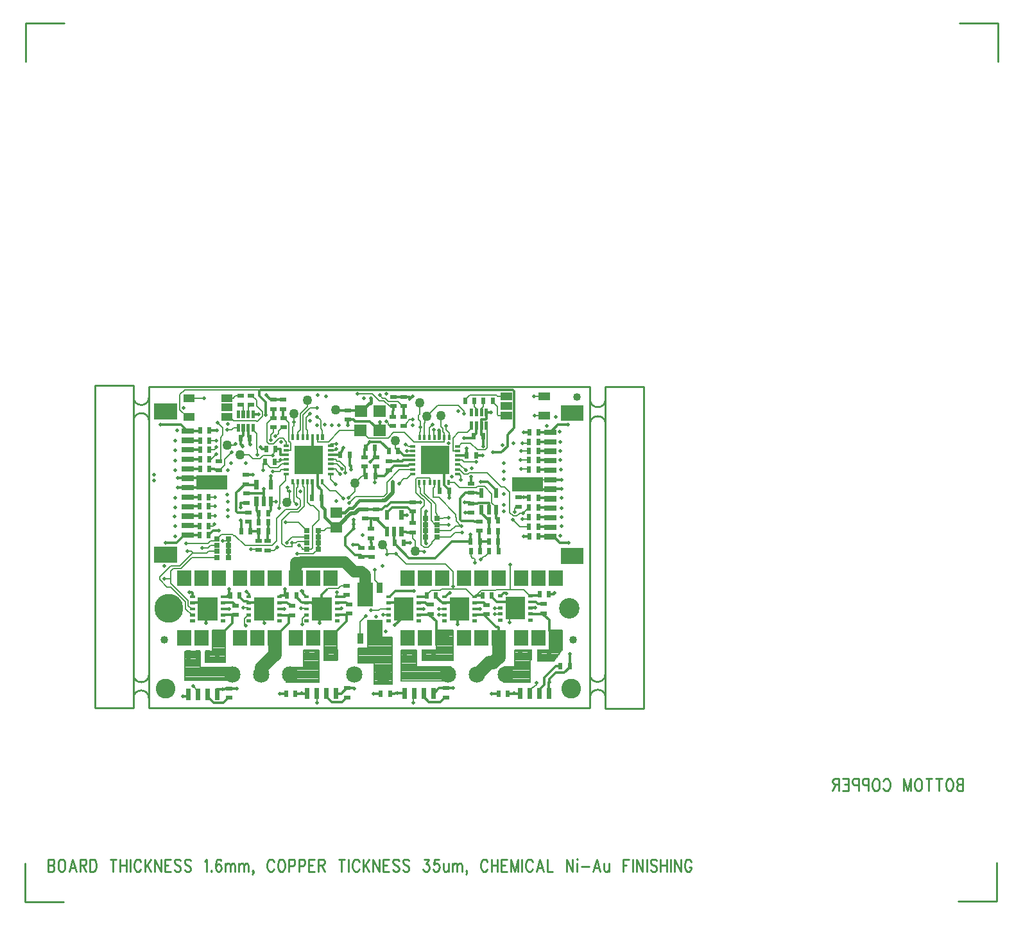
<source format=gbr>
*
*
G04 PADS Layout (Build Number 2007.21.1) generated Gerber (RS-274-X) file*
G04 PC Version=2.1*
*
%IN "2FOC-002.pcb"*%
*
%MOIN*%
*
%FSLAX35Y35*%
*
*
*
*
G04 PC Standard Apertures*
*
*
G04 Thermal Relief Aperture macro.*
%AMTER*
1,1,$1,0,0*
1,0,$1-$2,0,0*
21,0,$3,$4,0,0,45*
21,0,$3,$4,0,0,135*
%
*
*
G04 Annular Aperture macro.*
%AMANN*
1,1,$1,0,0*
1,0,$2,0,0*
%
*
*
G04 Odd Aperture macro.*
%AMODD*
1,1,$1,0,0*
1,0,$1-0.005,0,0*
%
*
*
G04 PC Custom Aperture Macros*
*
*
*
*
*
*
G04 PC Aperture Table*
*
%ADD010C,0.01*%
%ADD015C,0.008*%
%ADD016R,0.035X0.024*%
%ADD019R,0.024X0.035*%
%ADD027R,0.06X0.052*%
%ADD028R,0.075X0.084*%
%ADD029C,0.085*%
%ADD035C,0.04*%
%ADD037C,0.05*%
%ADD043R,0.025X0.025*%
%ADD048R,0.16X0.076*%
%ADD070C,0.001*%
%ADD072R,0.02756X0.02756*%
%ADD073R,0.08268X0.08268*%
%ADD076R,0.01575X0.01575*%
%ADD077R,0.10236X0.10236*%
%ADD079R,0.07992X0.07992*%
%ADD080R,0.02992X0.02992*%
%ADD082C,0.01181*%
%ADD083C,0.00787*%
%ADD084C,0.05906*%
%ADD086C,0.01575*%
%ADD087C,0.01969*%
%ADD089C,0.07087*%
%ADD093R,0.02362X0.02362*%
%ADD094R,0.01378X0.01378*%
%ADD095R,0.14567X0.14567*%
%ADD096R,0.05906X0.05906*%
%ADD097R,0.017X0.017*%
%ADD098R,0.021X0.021*%
%ADD099C,0.01299*%
%ADD122C,0.10236*%
%ADD123C,0.14961*%
%ADD124C,0.1063*%
%ADD126R,0.03937X0.03937*%
*
*
*
*
G04 PC Circuitry*
G04 Layer Name 2FOC-002.pcb - circuitry*
%LPD*%
*
*
G04 PC Custom Flashes*
G04 Layer Name 2FOC-002.pcb - flashes*
%LPD*%
*
*
G04 PC Circuitry*
G04 Layer Name 2FOC-002.pcb - circuitry*
%LPD*%
*
G54D10*
G01X2234449Y1436051D02*
Y1429488D01*
Y1436051D02*
X2232403D01*
X2231722Y1435738*
X2231494Y1435426*
X2231267Y1434801*
Y1434176*
X2231494Y1433551*
X2231722Y1433238*
X2232403Y1432926*
X2234449D02*
X2232403D01*
X2231722Y1432613*
X2231494Y1432301*
X2231267Y1431676*
Y1430738*
X2231494Y1430113*
X2231722Y1429801*
X2232403Y1429488*
X2234449*
X2227858Y1436051D02*
X2228312Y1435738D01*
X2228767Y1435113*
X2228994Y1434488*
X2229222Y1433551*
Y1431988*
X2228994Y1431051*
X2228767Y1430426*
X2228312Y1429801*
X2227858Y1429488*
X2226949*
X2226494Y1429801*
X2226040Y1430426*
X2225812Y1431051*
X2225585Y1431988*
Y1433551*
X2225812Y1434488*
X2226040Y1435113*
X2226494Y1435738*
X2226949Y1436051*
X2227858*
X2221949D02*
Y1429488D01*
X2223540Y1436051D02*
X2220358D01*
X2216722D02*
Y1429488D01*
X2218312Y1436051D02*
X2215131D01*
X2211722D02*
X2212176Y1435738D01*
X2212631Y1435113*
X2212858Y1434488*
X2213085Y1433551*
Y1431988*
X2212858Y1431051*
X2212631Y1430426*
X2212176Y1429801*
X2211722Y1429488*
X2210812*
X2210358Y1429801*
X2209903Y1430426*
X2209676Y1431051*
X2209449Y1431988*
Y1433551*
X2209676Y1434488*
X2209903Y1435113*
X2210358Y1435738*
X2210812Y1436051*
X2211722*
X2207403D02*
Y1429488D01*
Y1436051D02*
X2205585Y1429488D01*
X2203767Y1436051D02*
X2205585Y1429488D01*
X2203767Y1436051D02*
Y1429488D01*
X2193085Y1434488D02*
X2193312Y1435113D01*
X2193767Y1435738*
X2194222Y1436051*
X2195131*
X2195585Y1435738*
X2196040Y1435113*
X2196267Y1434488*
X2196494Y1433551*
Y1431988*
X2196267Y1431051*
X2196040Y1430426*
X2195585Y1429801*
X2195131Y1429488*
X2194222*
X2193767Y1429801*
X2193312Y1430426*
X2193085Y1431051*
X2189676Y1436051D02*
X2190131Y1435738D01*
X2190585Y1435113*
X2190812Y1434488*
X2191040Y1433551*
Y1431988*
X2190812Y1431051*
X2190585Y1430426*
X2190131Y1429801*
X2189676Y1429488*
X2188767*
X2188312Y1429801*
X2187858Y1430426*
X2187631Y1431051*
X2187403Y1431988*
Y1433551*
X2187631Y1434488*
X2187858Y1435113*
X2188312Y1435738*
X2188767Y1436051*
X2189676*
X2185358D02*
Y1429488D01*
Y1436051D02*
X2183312D01*
X2182631Y1435738*
X2182403Y1435426*
X2182176Y1434801*
Y1433863*
X2182403Y1433238*
X2182631Y1432926*
X2183312Y1432613*
X2185358*
X2180131Y1436051D02*
Y1429488D01*
Y1436051D02*
X2178085D01*
X2177403Y1435738*
X2177176Y1435426*
X2176949Y1434801*
Y1433863*
X2177176Y1433238*
X2177403Y1432926*
X2178085Y1432613*
X2180131*
X2174903Y1436051D02*
Y1429488D01*
Y1436051D02*
X2171949D01*
X2174903Y1432926D02*
X2173085D01*
X2174903Y1429488D02*
X2171949D01*
X2169903Y1436051D02*
Y1429488D01*
Y1436051D02*
X2167858D01*
X2167176Y1435738*
X2166949Y1435426*
X2166722Y1434801*
Y1434176*
X2166949Y1433551*
X2167176Y1433238*
X2167858Y1432926*
X2169903*
X2168312D02*
X2166722Y1429488D01*
X1759252Y1394122D02*
Y1387559D01*
Y1394122D02*
X1761297D01*
X1761979Y1393809*
X1762207Y1393497*
X1762434Y1392872*
Y1392247*
X1762207Y1391622*
X1761979Y1391309*
X1761297Y1390997*
X1759252D02*
X1761297D01*
X1761979Y1390684*
X1762207Y1390372*
X1762434Y1389747*
Y1388809*
X1762207Y1388184*
X1761979Y1387872*
X1761297Y1387559*
X1759252*
X1765843Y1394122D02*
X1765388Y1393809D01*
X1764934Y1393184*
X1764707Y1392559*
X1764479Y1391622*
Y1390059*
X1764707Y1389122*
X1764934Y1388497*
X1765388Y1387872*
X1765843Y1387559*
X1766752*
X1767207Y1387872*
X1767661Y1388497*
X1767888Y1389122*
X1768116Y1390059*
Y1391622*
X1767888Y1392559*
X1767661Y1393184*
X1767207Y1393809*
X1766752Y1394122*
X1765843*
X1771979D02*
X1770161Y1387559D01*
X1771979Y1394122D02*
X1773797Y1387559D01*
X1770843Y1389747D02*
X1773116D01*
X1775843Y1394122D02*
Y1387559D01*
Y1394122D02*
X1777888D01*
X1778570Y1393809*
X1778797Y1393497*
X1779025Y1392872*
Y1392247*
X1778797Y1391622*
X1778570Y1391309*
X1777888Y1390997*
X1775843*
X1777434D02*
X1779025Y1387559D01*
X1781070Y1394122D02*
Y1387559D01*
Y1394122D02*
X1782661D01*
X1783343Y1393809*
X1783797Y1393184*
X1784025Y1392559*
X1784252Y1391622*
Y1390059*
X1784025Y1389122*
X1783797Y1388497*
X1783343Y1387872*
X1782661Y1387559*
X1781070*
X1793116Y1394122D02*
Y1387559D01*
X1791525Y1394122D02*
X1794707D01*
X1796752D02*
Y1387559D01*
X1799934Y1394122D02*
Y1387559D01*
X1796752Y1390997D02*
X1799934D01*
X1801979Y1394122D02*
Y1387559D01*
X1807434Y1392559D02*
X1807207Y1393184D01*
X1806752Y1393809*
X1806297Y1394122*
X1805388*
X1804934Y1393809*
X1804479Y1393184*
X1804252Y1392559*
X1804025Y1391622*
Y1390059*
X1804252Y1389122*
X1804479Y1388497*
X1804934Y1387872*
X1805388Y1387559*
X1806297*
X1806752Y1387872*
X1807207Y1388497*
X1807434Y1389122*
X1809479Y1394122D02*
Y1387559D01*
X1812661Y1394122D02*
X1809479Y1389747D01*
X1810616Y1391309D02*
X1812661Y1387559D01*
X1814707Y1394122D02*
Y1387559D01*
Y1394122D02*
X1817888Y1387559D01*
Y1394122D02*
Y1387559D01*
X1819934Y1394122D02*
Y1387559D01*
Y1394122D02*
X1822888D01*
X1819934Y1390997D02*
X1821752D01*
X1819934Y1387559D02*
X1822888D01*
X1828116Y1393184D02*
X1827661Y1393809D01*
X1826979Y1394122*
X1826070*
X1825388Y1393809*
X1824934Y1393184*
Y1392559*
X1825161Y1391934*
X1825388Y1391622*
X1825843Y1391309*
X1827207Y1390684*
X1827661Y1390372*
X1827888Y1390059*
X1828116Y1389434*
Y1388497*
X1827661Y1387872*
X1826979Y1387559*
X1826070*
X1825388Y1387872*
X1824934Y1388497*
X1833343Y1393184D02*
X1832888Y1393809D01*
X1832207Y1394122*
X1831297*
X1830616Y1393809*
X1830161Y1393184*
Y1392559*
X1830388Y1391934*
X1830616Y1391622*
X1831070Y1391309*
X1832434Y1390684*
X1832888Y1390372*
X1833116Y1390059*
X1833343Y1389434*
Y1388497*
X1832888Y1387872*
X1832207Y1387559*
X1831297*
X1830616Y1387872*
X1830161Y1388497*
X1840616Y1392872D02*
X1841070Y1393184D01*
X1841752Y1394122*
Y1387559*
X1844025Y1388184D02*
X1843797Y1387872D01*
X1844025Y1387559*
X1844252Y1387872*
X1844025Y1388184*
X1849025Y1393184D02*
X1848797Y1393809D01*
X1848116Y1394122*
X1847661*
X1846979Y1393809*
X1846525Y1392872*
X1846297Y1391309*
Y1389747*
X1846525Y1388497*
X1846979Y1387872*
X1847661Y1387559*
X1847888*
X1848570Y1387872*
X1849025Y1388497*
X1849252Y1389434*
Y1389747*
X1849025Y1390684*
X1848570Y1391309*
X1847888Y1391622*
X1847661*
X1846979Y1391309*
X1846525Y1390684*
X1846297Y1389747*
X1851297Y1391934D02*
Y1387559D01*
Y1390684D02*
X1851979Y1391622D01*
X1852434Y1391934*
X1853116*
X1853570Y1391622*
X1853797Y1390684*
Y1387559*
Y1390684D02*
X1854479Y1391622D01*
X1854934Y1391934*
X1855616*
X1856070Y1391622*
X1856297Y1390684*
Y1387559*
X1858343Y1391934D02*
Y1387559D01*
Y1390684D02*
X1859025Y1391622D01*
X1859479Y1391934*
X1860161*
X1860616Y1391622*
X1860843Y1390684*
Y1387559*
Y1390684D02*
X1861525Y1391622D01*
X1861979Y1391934*
X1862661*
X1863116Y1391622*
X1863343Y1390684*
Y1387559*
X1865843Y1387872D02*
X1865616Y1387559D01*
X1865388Y1387872*
X1865616Y1388184*
X1865843Y1387872*
Y1387247*
X1865616Y1386622*
X1865388Y1386309*
X1876525Y1392559D02*
X1876297Y1393184D01*
X1875843Y1393809*
X1875388Y1394122*
X1874479*
X1874025Y1393809*
X1873570Y1393184*
X1873343Y1392559*
X1873116Y1391622*
Y1390059*
X1873343Y1389122*
X1873570Y1388497*
X1874025Y1387872*
X1874479Y1387559*
X1875388*
X1875843Y1387872*
X1876297Y1388497*
X1876525Y1389122*
X1879934Y1394122D02*
X1879479Y1393809D01*
X1879025Y1393184*
X1878797Y1392559*
X1878570Y1391622*
Y1390059*
X1878797Y1389122*
X1879025Y1388497*
X1879479Y1387872*
X1879934Y1387559*
X1880843*
X1881297Y1387872*
X1881752Y1388497*
X1881979Y1389122*
X1882207Y1390059*
Y1391622*
X1881979Y1392559*
X1881752Y1393184*
X1881297Y1393809*
X1880843Y1394122*
X1879934*
X1884252D02*
Y1387559D01*
Y1394122D02*
X1886297D01*
X1886979Y1393809*
X1887207Y1393497*
X1887434Y1392872*
Y1391934*
X1887207Y1391309*
X1886979Y1390997*
X1886297Y1390684*
X1884252*
X1889479Y1394122D02*
Y1387559D01*
Y1394122D02*
X1891525D01*
X1892207Y1393809*
X1892434Y1393497*
X1892661Y1392872*
Y1391934*
X1892434Y1391309*
X1892207Y1390997*
X1891525Y1390684*
X1889479*
X1894707Y1394122D02*
Y1387559D01*
Y1394122D02*
X1897661D01*
X1894707Y1390997D02*
X1896525D01*
X1894707Y1387559D02*
X1897661D01*
X1899707Y1394122D02*
Y1387559D01*
Y1394122D02*
X1901752D01*
X1902434Y1393809*
X1902661Y1393497*
X1902888Y1392872*
Y1392247*
X1902661Y1391622*
X1902434Y1391309*
X1901752Y1390997*
X1899707*
X1901297D02*
X1902888Y1387559D01*
X1911752Y1394122D02*
Y1387559D01*
X1910161Y1394122D02*
X1913343D01*
X1915388D02*
Y1387559D01*
X1920843Y1392559D02*
X1920616Y1393184D01*
X1920161Y1393809*
X1919707Y1394122*
X1918797*
X1918343Y1393809*
X1917888Y1393184*
X1917661Y1392559*
X1917434Y1391622*
Y1390059*
X1917661Y1389122*
X1917888Y1388497*
X1918343Y1387872*
X1918797Y1387559*
X1919707*
X1920161Y1387872*
X1920616Y1388497*
X1920843Y1389122*
X1922888Y1394122D02*
Y1387559D01*
X1926070Y1394122D02*
X1922888Y1389747D01*
X1924025Y1391309D02*
X1926070Y1387559D01*
X1928116Y1394122D02*
Y1387559D01*
Y1394122D02*
X1931297Y1387559D01*
Y1394122D02*
Y1387559D01*
X1933343Y1394122D02*
Y1387559D01*
Y1394122D02*
X1936297D01*
X1933343Y1390997D02*
X1935161D01*
X1933343Y1387559D02*
X1936297D01*
X1941525Y1393184D02*
X1941070Y1393809D01*
X1940388Y1394122*
X1939479*
X1938797Y1393809*
X1938343Y1393184*
Y1392559*
X1938570Y1391934*
X1938797Y1391622*
X1939252Y1391309*
X1940616Y1390684*
X1941070Y1390372*
X1941297Y1390059*
X1941525Y1389434*
Y1388497*
X1941070Y1387872*
X1940388Y1387559*
X1939479*
X1938797Y1387872*
X1938343Y1388497*
X1946752Y1393184D02*
X1946297Y1393809D01*
X1945616Y1394122*
X1944707*
X1944025Y1393809*
X1943570Y1393184*
Y1392559*
X1943797Y1391934*
X1944025Y1391622*
X1944479Y1391309*
X1945843Y1390684*
X1946297Y1390372*
X1946525Y1390059*
X1946752Y1389434*
Y1388497*
X1946297Y1387872*
X1945616Y1387559*
X1944707*
X1944025Y1387872*
X1943570Y1388497*
X1954479Y1394122D02*
X1956979D01*
X1955616Y1391622*
X1956297*
X1956752Y1391309*
X1956979Y1390997*
X1957207Y1390059*
Y1389434*
X1956979Y1388497*
X1956525Y1387872*
X1955843Y1387559*
X1955161*
X1954479Y1387872*
X1954252Y1388184*
X1954025Y1388809*
X1962207Y1394122D02*
X1959934D01*
X1959707Y1391309*
X1959934Y1391622*
X1960616Y1391934*
X1961297*
X1961979Y1391622*
X1962434Y1390997*
X1962661Y1390059*
X1962434Y1389434*
X1962207Y1388497*
X1961752Y1387872*
X1961070Y1387559*
X1960388*
X1959707Y1387872*
X1959479Y1388184*
X1959252Y1388809*
X1964707Y1391934D02*
Y1388809D01*
X1964934Y1387872*
X1965388Y1387559*
X1966070*
X1966525Y1387872*
X1967207Y1388809*
Y1391934D02*
Y1387559D01*
X1969252Y1391934D02*
Y1387559D01*
Y1390684D02*
X1969934Y1391622D01*
X1970388Y1391934*
X1971070*
X1971525Y1391622*
X1971752Y1390684*
Y1387559*
Y1390684D02*
X1972434Y1391622D01*
X1972888Y1391934*
X1973570*
X1974025Y1391622*
X1974252Y1390684*
Y1387559*
X1976752Y1387872D02*
X1976525Y1387559D01*
X1976297Y1387872*
X1976525Y1388184*
X1976752Y1387872*
Y1387247*
X1976525Y1386622*
X1976297Y1386309*
X1987434Y1392559D02*
X1987207Y1393184D01*
X1986752Y1393809*
X1986297Y1394122*
X1985388*
X1984934Y1393809*
X1984479Y1393184*
X1984252Y1392559*
X1984025Y1391622*
Y1390059*
X1984252Y1389122*
X1984479Y1388497*
X1984934Y1387872*
X1985388Y1387559*
X1986297*
X1986752Y1387872*
X1987207Y1388497*
X1987434Y1389122*
X1989479Y1394122D02*
Y1387559D01*
X1992661Y1394122D02*
Y1387559D01*
X1989479Y1390997D02*
X1992661D01*
X1994707Y1394122D02*
Y1387559D01*
Y1394122D02*
X1997661D01*
X1994707Y1390997D02*
X1996525D01*
X1994707Y1387559D02*
X1997661D01*
X1999707Y1394122D02*
Y1387559D01*
Y1394122D02*
X2001525Y1387559D01*
X2003343Y1394122D02*
X2001525Y1387559D01*
X2003343Y1394122D02*
Y1387559D01*
X2005388Y1394122D02*
Y1387559D01*
X2010843Y1392559D02*
X2010616Y1393184D01*
X2010161Y1393809*
X2009707Y1394122*
X2008797*
X2008343Y1393809*
X2007888Y1393184*
X2007661Y1392559*
X2007434Y1391622*
Y1390059*
X2007661Y1389122*
X2007888Y1388497*
X2008343Y1387872*
X2008797Y1387559*
X2009707*
X2010161Y1387872*
X2010616Y1388497*
X2010843Y1389122*
X2014707Y1394122D02*
X2012888Y1387559D01*
X2014707Y1394122D02*
X2016525Y1387559D01*
X2013570Y1389747D02*
X2015843D01*
X2018570Y1394122D02*
Y1387559D01*
X2021297*
X2028570Y1394122D02*
Y1387559D01*
Y1394122D02*
X2031752Y1387559D01*
Y1394122D02*
Y1387559D01*
X2033797Y1394122D02*
X2034025Y1393809D01*
X2034252Y1394122*
X2034025Y1394434*
X2033797Y1394122*
X2034025Y1391934D02*
Y1387559D01*
X2036297Y1390372D02*
X2040388D01*
X2044252Y1394122D02*
X2042434Y1387559D01*
X2044252Y1394122D02*
X2046070Y1387559D01*
X2043116Y1389747D02*
X2045388D01*
X2048116Y1391934D02*
Y1388809D01*
X2048343Y1387872*
X2048797Y1387559*
X2049479*
X2049934Y1387872*
X2050616Y1388809*
Y1391934D02*
Y1387559D01*
X2057888Y1394122D02*
Y1387559D01*
Y1394122D02*
X2060843D01*
X2057888Y1390997D02*
X2059707D01*
X2062888Y1394122D02*
Y1387559D01*
X2064934Y1394122D02*
Y1387559D01*
Y1394122D02*
X2068116Y1387559D01*
Y1394122D02*
Y1387559D01*
X2070161Y1394122D02*
Y1387559D01*
X2075388Y1393184D02*
X2074934Y1393809D01*
X2074252Y1394122*
X2073343*
X2072661Y1393809*
X2072207Y1393184*
Y1392559*
X2072434Y1391934*
X2072661Y1391622*
X2073116Y1391309*
X2074479Y1390684*
X2074934Y1390372*
X2075161Y1390059*
X2075388Y1389434*
Y1388497*
X2074934Y1387872*
X2074252Y1387559*
X2073343*
X2072661Y1387872*
X2072207Y1388497*
X2077434Y1394122D02*
Y1387559D01*
X2080616Y1394122D02*
Y1387559D01*
X2077434Y1390997D02*
X2080616D01*
X2082661Y1394122D02*
Y1387559D01*
X2084707Y1394122D02*
Y1387559D01*
Y1394122D02*
X2087888Y1387559D01*
Y1394122D02*
Y1387559D01*
X2093343Y1392559D02*
X2093116Y1393184D01*
X2092661Y1393809*
X2092207Y1394122*
X2091297*
X2090843Y1393809*
X2090388Y1393184*
X2090161Y1392559*
X2089934Y1391622*
Y1390059*
X2090161Y1389122*
X2090388Y1388497*
X2090843Y1387872*
X2091297Y1387559*
X2092207*
X2092661Y1387872*
X2093116Y1388497*
X2093343Y1389122*
Y1390059*
X2092207D02*
X2093343D01*
X1811638Y1472618D02*
X2040748D01*
Y1639331*
X1811638*
Y1472618*
X1767520Y1828110D02*
X1747520D01*
Y1808110*
X1747441Y1391890D02*
Y1371890D01*
X1767441*
X2232087Y1372205D02*
X2252087D01*
Y1392205*
X2252559Y1808031D02*
Y1828031D01*
X2232559*
X1803543Y1640118D02*
Y1472598D01*
X1783465*
Y1639921*
X1803346*
X2040757Y1632696D02*
G75*
G03X2048757I4000J0D01*
G01X2048791Y1619988D02*
G03X2040791I-4000J-0D01*
G01X1803664Y1633822D02*
G03X1811664I4000J0D01*
G01X1811677Y1621551D02*
G03X1803677I-4000J0D01*
G01X1803664Y1489924D02*
G03X1811664I4000J0D01*
G01X1811612Y1477656D02*
G03X1803612I-4000J-0D01*
G01X2040672Y1490121D02*
G03X2048672I4000J0D01*
G01X2068504Y1472205D02*
X2048728D01*
Y1639331*
X2068504*
Y1472205*
X2048805Y1478060D02*
G03X2040805I-4000J-0D01*
G54D15*
G01X1981693Y1627736D02*
X1981752Y1627454D01*
Y1626016*
X1844494Y1512895D02*
X1851175D01*
Y1496227*
X1840951*
Y1502120*
X1844494*
Y1512895*
X1838411Y1502120D02*
Y1493655D01*
X1856883*
Y1486975*
X1830321*
Y1502120*
X1838411*
X1920282Y1503498D02*
X1925400D01*
Y1509206*
X1937789*
Y1485006*
X1928746*
Y1496030*
X1920282*
Y1503498*
X1891935Y1502710D02*
X1899994D01*
Y1485991*
X1883077*
Y1493655*
X1891935*
Y1502710*
X2001581D02*
X2009639D01*
Y1485991*
X1996069*
Y1493852*
X2001581*
Y1502710*
X1950584D02*
Y1493852D01*
X1968498*
Y1486778*
X1942526*
Y1502710*
X1950584*
X1953746D02*
Y1497211D01*
X1969679*
Y1512946*
X1960833*
Y1502710*
X1953746*
X2013589D02*
X2019691D01*
Y1512946*
X2026372*
Y1502850*
X2021847Y1496817*
X2013589*
Y1502710*
X1902565Y1512553D02*
X1909443D01*
Y1497211*
X1902565*
Y1512553*
X1844494Y1512785D02*
X1851175D01*
X1844494Y1512065D02*
X1851175D01*
X1844494Y1511345D02*
X1851175D01*
X1844494Y1510625D02*
X1851175D01*
X1844494Y1509905D02*
X1851175D01*
X1844494Y1509185D02*
X1851175D01*
X1844494Y1508465D02*
X1851175D01*
X1844494Y1507745D02*
X1851175D01*
X1844494Y1507025D02*
X1851175D01*
X1844494Y1506305D02*
X1851175D01*
X1844494Y1505585D02*
X1851175D01*
X1844494Y1504865D02*
X1851175D01*
X1844494Y1504145D02*
X1851175D01*
X1844494Y1503425D02*
X1851175D01*
X1844494Y1502705D02*
X1851175D01*
X1840951Y1501985D02*
X1851175D01*
X1840951Y1501265D02*
X1851175D01*
X1840951Y1500545D02*
X1851175D01*
X1840951Y1499825D02*
X1851175D01*
X1840951Y1499105D02*
X1851175D01*
X1840951Y1498385D02*
X1851175D01*
X1840951Y1497665D02*
X1851175D01*
X1840951Y1496945D02*
X1851175D01*
X1830321Y1493453D02*
X1856883D01*
X1830321Y1492733D02*
X1856883D01*
X1830321Y1492013D02*
X1856883D01*
X1830321Y1491293D02*
X1856883D01*
X1830321Y1490573D02*
X1856883D01*
X1830321Y1489853D02*
X1856883D01*
X1830321Y1489133D02*
X1856883D01*
X1830321Y1488413D02*
X1856883D01*
X1830321Y1487693D02*
X1856883D01*
X1830321Y1502093D02*
X1838411D01*
X1830321Y1501373D02*
X1838411D01*
X1830321Y1500653D02*
X1838411D01*
X1830321Y1499933D02*
X1838411D01*
X1830321Y1499213D02*
X1838411D01*
X1830321Y1498493D02*
X1838411D01*
X1830321Y1497773D02*
X1838411D01*
X1830321Y1497053D02*
X1838411D01*
X1830321Y1496333D02*
X1838411D01*
X1830321Y1495613D02*
X1838411D01*
X1830321Y1494893D02*
X1838411D01*
X1830321Y1494173D02*
X1838411D01*
X1925400Y1508765D02*
X1937789D01*
X1925400Y1508045D02*
X1937789D01*
X1925400Y1507325D02*
X1937789D01*
X1925400Y1506605D02*
X1937789D01*
X1925400Y1505885D02*
X1937789D01*
X1925400Y1505165D02*
X1937789D01*
X1925400Y1504445D02*
X1937789D01*
X1925400Y1503725D02*
X1937789D01*
X1920282Y1503005D02*
X1937789D01*
X1920282Y1502285D02*
X1937789D01*
X1920282Y1501565D02*
X1937789D01*
X1920282Y1500845D02*
X1937789D01*
X1920282Y1500125D02*
X1937789D01*
X1920282Y1499405D02*
X1937789D01*
X1920282Y1498685D02*
X1937789D01*
X1920282Y1497965D02*
X1937789D01*
X1920282Y1497245D02*
X1937789D01*
X1920282Y1496525D02*
X1937789D01*
X1928746Y1495805D02*
X1937789D01*
X1928746Y1495085D02*
X1937789D01*
X1928746Y1494365D02*
X1937789D01*
X1928746Y1493645D02*
X1937789D01*
X1928746Y1492925D02*
X1937789D01*
X1928746Y1492205D02*
X1937789D01*
X1928746Y1491485D02*
X1937789D01*
X1928746Y1490765D02*
X1937789D01*
X1928746Y1490045D02*
X1937789D01*
X1928746Y1489325D02*
X1937789D01*
X1928746Y1488605D02*
X1937789D01*
X1928746Y1487885D02*
X1937789D01*
X1928746Y1487165D02*
X1937789D01*
X1928746Y1486445D02*
X1937789D01*
X1928746Y1485725D02*
X1937789D01*
X1891935Y1502549D02*
X1899994D01*
X1891935Y1501829D02*
X1899994D01*
X1891935Y1501109D02*
X1899994D01*
X1891935Y1500389D02*
X1899994D01*
X1891935Y1499669D02*
X1899994D01*
X1891935Y1498949D02*
X1899994D01*
X1891935Y1498229D02*
X1899994D01*
X1891935Y1497509D02*
X1899994D01*
X1891935Y1496789D02*
X1899994D01*
X1891935Y1496069D02*
X1899994D01*
X1891935Y1495349D02*
X1899994D01*
X1891935Y1494629D02*
X1899994D01*
X1891935Y1493909D02*
X1899994D01*
X1883077Y1493189D02*
X1899994D01*
X1883077Y1492469D02*
X1899994D01*
X1883077Y1491749D02*
X1899994D01*
X1883077Y1491029D02*
X1899994D01*
X1883077Y1490309D02*
X1899994D01*
X1883077Y1489589D02*
X1899994D01*
X1883077Y1488869D02*
X1899994D01*
X1883077Y1488149D02*
X1899994D01*
X1883077Y1487429D02*
X1899994D01*
X1883077Y1486709D02*
X1899994D01*
X2001581Y1502549D02*
X2009639D01*
X2001581Y1501829D02*
X2009639D01*
X2001581Y1501109D02*
X2009639D01*
X2001581Y1500389D02*
X2009639D01*
X2001581Y1499669D02*
X2009639D01*
X2001581Y1498949D02*
X2009639D01*
X2001581Y1498229D02*
X2009639D01*
X2001581Y1497509D02*
X2009639D01*
X2001581Y1496789D02*
X2009639D01*
X2001581Y1496069D02*
X2009639D01*
X2001581Y1495349D02*
X2009639D01*
X2001581Y1494629D02*
X2009639D01*
X2001581Y1493909D02*
X2009639D01*
X1996069Y1493189D02*
X2009639D01*
X1996069Y1492469D02*
X2009639D01*
X1996069Y1491749D02*
X2009639D01*
X1996069Y1491029D02*
X2009639D01*
X1996069Y1490309D02*
X2009639D01*
X1996069Y1489589D02*
X2009639D01*
X1996069Y1488869D02*
X2009639D01*
X1996069Y1488149D02*
X2009639D01*
X1996069Y1487429D02*
X2009639D01*
X1996069Y1486709D02*
X2009639D01*
X1942526Y1493257D02*
X1968498D01*
X1942526Y1492537D02*
X1968498D01*
X1942526Y1491817D02*
X1968498D01*
X1942526Y1491097D02*
X1968498D01*
X1942526Y1490377D02*
X1968498D01*
X1942526Y1489657D02*
X1968498D01*
X1942526Y1488937D02*
X1968498D01*
X1942526Y1488217D02*
X1968498D01*
X1942526Y1487497D02*
X1968498D01*
X1942526Y1502617D02*
X1950584D01*
X1942526Y1501897D02*
X1950584D01*
X1942526Y1501177D02*
X1950584D01*
X1942526Y1500457D02*
X1950584D01*
X1942526Y1499737D02*
X1950584D01*
X1942526Y1499017D02*
X1950584D01*
X1942526Y1498297D02*
X1950584D01*
X1942526Y1497577D02*
X1950584D01*
X1942526Y1496857D02*
X1950584D01*
X1942526Y1496137D02*
X1950584D01*
X1942526Y1495417D02*
X1950584D01*
X1942526Y1494697D02*
X1950584D01*
X1942526Y1493977D02*
X1950584D01*
X1960833Y1512330D02*
X1969679D01*
X1960833Y1511610D02*
X1969679D01*
X1960833Y1510890D02*
X1969679D01*
X1960833Y1510170D02*
X1969679D01*
X1960833Y1509450D02*
X1969679D01*
X1960833Y1508730D02*
X1969679D01*
X1960833Y1508010D02*
X1969679D01*
X1960833Y1507290D02*
X1969679D01*
X1960833Y1506570D02*
X1969679D01*
X1960833Y1505850D02*
X1969679D01*
X1960833Y1505130D02*
X1969679D01*
X1960833Y1504410D02*
X1969679D01*
X1960833Y1503690D02*
X1969679D01*
X1960833Y1502970D02*
X1969679D01*
X1953746Y1502250D02*
X1969679D01*
X1953746Y1501530D02*
X1969679D01*
X1953746Y1500810D02*
X1969679D01*
X1953746Y1500090D02*
X1969679D01*
X1953746Y1499370D02*
X1969679D01*
X1953746Y1498650D02*
X1969679D01*
X1953746Y1497930D02*
X1969679D01*
X2019691Y1512656D02*
X2026372D01*
X2019691Y1511936D02*
X2026372D01*
X2019691Y1511216D02*
X2026372D01*
X2019691Y1510496D02*
X2026372D01*
X2019691Y1509776D02*
X2026372D01*
X2019691Y1509056D02*
X2026372D01*
X2019691Y1508336D02*
X2026372D01*
X2019691Y1507616D02*
X2026372D01*
X2019691Y1506896D02*
X2026372D01*
X2019691Y1506176D02*
X2026372D01*
X2019691Y1505456D02*
X2026372D01*
X2019691Y1504736D02*
X2026372D01*
X2019691Y1504016D02*
X2026372D01*
X2019691Y1503296D02*
X2026372D01*
X2013589Y1502576D02*
X2026166D01*
X2013589Y1501856D02*
X2025626D01*
X2013589Y1501136D02*
X2025086D01*
X2013589Y1500416D02*
X2024546D01*
X2013589Y1499696D02*
X2024006D01*
X2013589Y1498976D02*
X2023466D01*
X2013589Y1498256D02*
X2022926D01*
X2013589Y1497536D02*
X2022386D01*
X1902565Y1512330D02*
X1909443D01*
X1902565Y1511610D02*
X1909443D01*
X1902565Y1510890D02*
X1909443D01*
X1902565Y1510170D02*
X1909443D01*
X1902565Y1509450D02*
X1909443D01*
X1902565Y1508730D02*
X1909443D01*
X1902565Y1508010D02*
X1909443D01*
X1902565Y1507290D02*
X1909443D01*
X1902565Y1506570D02*
X1909443D01*
X1902565Y1505850D02*
X1909443D01*
X1902565Y1505130D02*
X1909443D01*
X1902565Y1504410D02*
X1909443D01*
X1902565Y1503690D02*
X1909443D01*
X1902565Y1502970D02*
X1909443D01*
X1902565Y1502250D02*
X1909443D01*
X1902565Y1501530D02*
X1909443D01*
X1902565Y1500810D02*
X1909443D01*
X1902565Y1500090D02*
X1909443D01*
X1902565Y1499370D02*
X1909443D01*
X1902565Y1498650D02*
X1909443D01*
X1902565Y1497930D02*
X1909443D01*
G54D16*
X1864567Y1629844D03*
Y1634644D03*
X1859449Y1629844D03*
Y1634644D03*
X1929528Y1602754D03*
Y1597954D03*
X1923622Y1602754D03*
Y1597954D03*
X1847835Y1595986D03*
Y1600786D03*
X2003740Y1581888D03*
Y1577088D03*
X1873425Y1554450D03*
Y1559250D03*
X1868504Y1554647D03*
Y1559447D03*
X1863386Y1569214D03*
Y1574014D03*
X1862008Y1588702D03*
Y1593502D03*
X1881496Y1618230D03*
Y1623030D03*
X1881299Y1627679D03*
Y1632479D03*
X1876181Y1618230D03*
Y1623030D03*
Y1627679D03*
Y1632479D03*
X1938386Y1618820D03*
Y1623620D03*
X1938583Y1629254D03*
Y1634054D03*
X1943898Y1618820D03*
Y1623620D03*
Y1629254D03*
Y1634054D03*
X1983268Y1564490D03*
Y1569290D03*
X1978937Y1584175D03*
Y1588975D03*
X1948622Y1568502D03*
Y1563702D03*
Y1579329D03*
Y1574529D03*
X1926969Y1560750D03*
Y1565550D03*
X1924016Y1570986D03*
Y1575786D03*
X1927165Y1550907D03*
Y1555707D03*
X1922047Y1550907D03*
Y1555707D03*
X1929528Y1575589D03*
Y1570789D03*
X1965945Y1478072D03*
Y1482872D03*
X1853346Y1477876D03*
Y1482676D03*
X1914764Y1478072D03*
Y1482872D03*
X1914173Y1536022D03*
Y1531222D03*
X1914961Y1622167D03*
Y1626967D03*
X1936417Y1595986D03*
Y1600786D03*
X1978937Y1573939D03*
Y1578739D03*
X1862205Y1579057D03*
Y1583857D03*
X1856693Y1525786D03*
Y1520986D03*
X1886024Y1525589D03*
Y1520789D03*
X1915551Y1526376D03*
Y1521576D03*
X1958071Y1526180D03*
Y1521380D03*
X1987008Y1525983D03*
Y1521183D03*
X2016732Y1526573D03*
Y1521773D03*
G54D19*
X1985395Y1631850D03*
X1990195D03*
X1980746Y1632047D03*
X1975946D03*
X1842754Y1581850D03*
X1837954D03*
X1838151Y1616496D03*
X1842951D03*
X2014014Y1561772D03*
X2009214D03*
X1837954Y1562362D03*
X1842754D03*
X2014014Y1615709D03*
X2009214D03*
X1842754Y1577126D03*
X1837954D03*
X1842951Y1572205D03*
X1838151D03*
X1873463Y1569055D03*
X1868663D03*
X1873463Y1573780D03*
X1868663D03*
X1859608Y1564331D03*
X1864408D03*
X1988348Y1553898D03*
X1993148D03*
X1992951Y1564331D03*
X1988151D03*
X1992951Y1569843D03*
X1988151D03*
X1978702Y1559016D03*
X1983502D03*
X1978899Y1553898D03*
X1983699D03*
X1842951Y1596614D03*
X1838151D03*
X1842951Y1601535D03*
X1838151D03*
X1842951Y1606457D03*
X1838151D03*
X1842951Y1611378D03*
X1838151D03*
X2009017Y1610787D03*
X2013817D03*
X2009017Y1596417D03*
X2013817D03*
X2009017Y1601142D03*
X2013817D03*
X2009017Y1581457D03*
X2013817D03*
X2009017Y1576535D03*
X2013817D03*
X2009017Y1571614D03*
X2013817D03*
X2009017Y1566693D03*
X2013817D03*
X2009017Y1605866D03*
X2013817D03*
X1842754Y1567087D03*
X1837954D03*
X1872600Y1606850D03*
X1877400D03*
X1936183Y1606063D03*
X1940983D03*
X1858711Y1530795D03*
X1853911D03*
X1989605Y1530866D03*
X1984805D03*
X2019329Y1531654D03*
X2014529D03*
X1988151Y1559016D03*
X1992951D03*
X1888211Y1530795D03*
X1883411D03*
X1882836Y1480079D03*
X1887636D03*
X1932049D03*
X1936849D03*
X2025356Y1494252D03*
X2030156D03*
X1864085Y1612476D03*
X1859285D03*
X1985211Y1613551D03*
X1980411D03*
X1915786Y1603898D03*
X1910986D03*
X1872009Y1600157D03*
X1876809D03*
X1928975Y1607638D03*
X1924175D03*
X1929172Y1593071D03*
X1924372D03*
X1901219Y1581457D03*
X1896419D03*
X1967557Y1585197D03*
X1962757D03*
X1981534Y1603701D03*
X1976734D03*
X1943935Y1558425D03*
X1939135D03*
X1993269Y1480079D03*
X1998069D03*
X1868663Y1564331D03*
X1873463D03*
X1960711Y1530795D03*
X1955911D03*
G54D27*
X1908858Y1566239D03*
Y1573839D03*
G54D28*
X1829811Y1508795D03*
X1838811D03*
X1847811D03*
X1858811D03*
X1867811D03*
X1876811D03*
X1887811D03*
X1896811D03*
X1905811D03*
X1847811Y1539795D03*
X1838811D03*
X1829811D03*
X1876811D03*
X1867811D03*
X1858811D03*
X1905811D03*
X1896811D03*
X1887811D03*
X1945811Y1508795D03*
X1954811D03*
X1963811D03*
X1975311D03*
X1984311D03*
X1993311D03*
X2004811D03*
X2013811D03*
X2022811D03*
X1963811Y1539795D03*
X1954811D03*
X1945811D03*
X1993311D03*
X1984311D03*
X1975311D03*
X2022811D03*
X2013811D03*
X2004811D03*
G54D29*
X1918311Y1489795D03*
X1933311D03*
X1854811D03*
X1869811D03*
X1884811D03*
X1966811D03*
X1981811D03*
X1996811D03*
G54D35*
X2034079Y1634035D03*
X2032110Y1508051D03*
X1819512D03*
G54D37*
X1939764Y1611378D03*
X1956102Y1623976D03*
X1952165Y1630866D03*
X1858858Y1603898D03*
X1893898Y1632441D03*
X1886811Y1625354D03*
X1908465Y1627126D03*
X1852362Y1609016D03*
X1918504Y1589331D03*
X1933071Y1557244D03*
X1883268Y1579291D03*
X1950000Y1554094D03*
X1963189Y1624370D03*
G54D43*
X1852953Y1560221D03*
Y1557071D03*
Y1553921D03*
Y1550771D03*
X1846953D03*
Y1553921D03*
Y1557071D03*
Y1560221D03*
X1899654Y1564528D03*
Y1561378D03*
Y1558228D03*
Y1555078D03*
X1893654D03*
Y1558228D03*
Y1561378D03*
Y1564528D03*
X1955268Y1561377D03*
Y1564527D03*
Y1567677D03*
Y1570827D03*
X1961268D03*
Y1567677D03*
Y1564527D03*
Y1561377D03*
G54D48*
X1844291Y1589528D03*
X2008268Y1588543D03*
G54D70*
G54D72*
X1829921Y1562264D02*
X1833465D01*
X1829921Y1567185D02*
X1833465D01*
X1829921Y1572106D02*
X1833465D01*
X1829921Y1577028D02*
X1833465D01*
X1829921Y1581949D02*
X1833465D01*
X1829921Y1586870D02*
X1833465D01*
X1829921Y1591791D02*
X1833465D01*
X1829921Y1596713D02*
X1833465D01*
X1829921Y1601634D02*
X1833465D01*
X1829921Y1606555D02*
X1833465D01*
X1829921Y1611476D02*
X1833465D01*
X1829921Y1616398D02*
X1833465D01*
X2021850Y1615610D02*
X2018307D01*
X2021850Y1610689D02*
X2018307D01*
X2021850Y1605768D02*
X2018307D01*
X2021850Y1600846D02*
X2018307D01*
X2021850Y1595925D02*
X2018307D01*
X2021850Y1591004D02*
X2018307D01*
X2021850Y1586083D02*
X2018307D01*
X2021850Y1581161D02*
X2018307D01*
X2021850Y1576240D02*
X2018307D01*
X2021850Y1571319D02*
X2018307D01*
X2021850Y1566398D02*
X2018307D01*
X2021850Y1561476D02*
X2018307D01*
G54D73*
X1818504Y1626437D02*
X1822047D01*
X1818504Y1552224D02*
X1822047D01*
X2033268Y1551437D02*
X2029724D01*
X2033268Y1625650D02*
X2029724D01*
G54D76*
X1850417Y1530295D02*
X1849630D01*
X1850417Y1527146D02*
X1849630D01*
X1850417Y1523996D02*
X1849630D01*
X1850417Y1520846D02*
X1849630D01*
X1850417Y1517697D02*
X1849630D01*
X1834669D02*
X1833882D01*
X1834669Y1520846D02*
X1833882D01*
X1834669Y1523996D02*
X1833882D01*
X1834669Y1527146D02*
X1833882D01*
X1834669Y1530295D02*
X1833882D01*
X1879705D02*
X1878917D01*
X1879705Y1527146D02*
X1878917D01*
X1879705Y1523996D02*
X1878917D01*
X1879705Y1520846D02*
X1878917D01*
X1879705Y1517697D02*
X1878917D01*
X1863957D02*
X1863169D01*
X1863957Y1520846D02*
X1863169D01*
X1863957Y1523996D02*
X1863169D01*
X1863957Y1527146D02*
X1863169D01*
X1863957Y1530295D02*
X1863169D01*
X1909705D02*
X1908917D01*
X1909705Y1527146D02*
X1908917D01*
X1909705Y1523996D02*
X1908917D01*
X1909705Y1520846D02*
X1908917D01*
X1909705Y1517697D02*
X1908917D01*
X1893957D02*
X1893169D01*
X1893957Y1520846D02*
X1893169D01*
X1893957Y1523996D02*
X1893169D01*
X1893957Y1527146D02*
X1893169D01*
X1893957Y1530295D02*
X1893169D01*
X1952205D02*
X1951417D01*
X1952205Y1527146D02*
X1951417D01*
X1952205Y1523996D02*
X1951417D01*
X1952205Y1520846D02*
X1951417D01*
X1952205Y1517697D02*
X1951417D01*
X1936457D02*
X1935669D01*
X1936457Y1520846D02*
X1935669D01*
X1936457Y1523996D02*
X1935669D01*
X1936457Y1527146D02*
X1935669D01*
X1936457Y1530295D02*
X1935669D01*
X1981205D02*
X1980417D01*
X1981205Y1527146D02*
X1980417D01*
X1981205Y1523996D02*
X1980417D01*
X1981205Y1520846D02*
X1980417D01*
X1981205Y1517697D02*
X1980417D01*
X1965457D02*
X1964669D01*
X1965457Y1520846D02*
X1964669D01*
X1965457Y1523996D02*
X1964669D01*
X1965457Y1527146D02*
X1964669D01*
X1965457Y1530295D02*
X1964669D01*
X2010205Y1530795D02*
X2009417D01*
X2010205Y1527646D02*
X2009417D01*
X2010205Y1524496D02*
X2009417D01*
X2010205Y1521346D02*
X2009417D01*
X2010205Y1518197D02*
X2009417D01*
X1994457D02*
X1993669D01*
X1994457Y1521346D02*
X1993669D01*
X1994457Y1524496D02*
X1993669D01*
X1994457Y1527646D02*
X1993669D01*
X1994457Y1530795D02*
X1993669D01*
G54D77*
X1842150Y1524783D02*
Y1523209D01*
X1871437Y1524783D02*
Y1523209D01*
X1901437Y1524783D02*
Y1523209D01*
X1943937Y1524783D02*
Y1523209D01*
X1972937Y1524783D02*
Y1523209D01*
X2001937Y1525283D02*
Y1523709D01*
G54D79*
X1929047Y1509846D02*
Y1514374D01*
X1923843Y1529244D02*
Y1533772D01*
G54D80*
X1921350Y1507327D02*
Y1509846D01*
X1931543Y1533768D02*
Y1536287D01*
G54D82*
X1829134Y1478504D02*
X1832067Y1478543D01*
Y1479528*
X1853346Y1482676D02*
X1856299D01*
X1856890Y1482479*
Y1482638*
X1857283*
X1850000Y1482441D02*
X1847047D01*
X1847067Y1479528*
X1850000Y1482441D02*
X1852203Y1482676D01*
X1853346*
X1842067Y1479528D02*
Y1478543D01*
X1845256Y1475354*
X1850275*
X1852796Y1477876*
X1853346*
X1887636Y1480079D02*
X1890748D01*
X1890945Y1480276*
X1887402Y1479844D02*
X1887636Y1480079D01*
X1890945Y1480276D02*
Y1480118D01*
X1893878*
X1879528Y1480079D02*
X1882836D01*
X1903878Y1480118D02*
Y1478346D01*
X1906476Y1475748*
X1911889*
X1914214Y1478072*
X1914764*
X1908878Y1480118D02*
X1911459D01*
X1914214Y1482872*
X1914764*
X1918072*
X1918307Y1482638*
X1928346Y1479882D02*
X1931299D01*
X1931496Y1480079*
X1932049*
X1936849D02*
X1939370D01*
X1939567Y1480276*
X1940748*
X1944311*
X1944469Y1480118*
X1965945Y1482872D02*
X1969450D01*
X1969488Y1482835*
X1954469Y1480118D02*
Y1478346D01*
X1957067Y1475748*
X1963070*
X1965395Y1478072*
X1965945*
X1959469Y1480118D02*
X1961594Y1482244D01*
X1961614*
X1962243Y1482872*
X1965945*
X1989567Y1480079D02*
X1993269D01*
X1998069D02*
X2001181D01*
X2001378Y1480276*
Y1480118*
X2004311*
X2019685Y1485984D02*
Y1487756D01*
X2022835Y1490906*
X2027359*
X2030156Y1493702*
Y1494252*
X2014311Y1480118D02*
Y1481890D01*
X2016929Y1484508*
Y1488346*
X2022835Y1494252*
X2025356*
X2019311Y1480118D02*
Y1485610D01*
X2019685Y1485984*
X1851175Y1512895D02*
X1854962Y1516682D01*
Y1520986*
X1876811Y1509213D02*
X1884293Y1516694D01*
X1909443Y1512553D02*
X1914411Y1517521D01*
X2030156Y1494252D02*
Y1497636D01*
X2030315Y1497795*
Y1500551*
X2019691Y1512756D02*
X2019882D01*
X1832480Y1532638D02*
X1834055D01*
X1834252Y1532441*
X1834276Y1530295*
Y1527146D02*
X1838213D01*
X1841339Y1524020*
Y1516496*
X1853911Y1530795D02*
X1852756D01*
X1853346Y1531386*
Y1534409*
X1850024Y1520846D02*
X1854803Y1520827D01*
X1854962Y1520986*
X1850024Y1523996D02*
X1853150Y1523976D01*
X1850024Y1527146D02*
X1855353Y1527126D01*
X1856693Y1525786*
X1850024Y1530295D02*
X1852756Y1530276D01*
Y1530795*
X1858711D02*
Y1530245D01*
X1860846Y1528110*
X1862598*
X1863563Y1527146*
X1854962Y1520986D02*
X1856693D01*
X1862205Y1532835D02*
X1863563Y1531476D01*
Y1530295*
Y1527146D02*
X1866319D01*
X1871437*
X1871437*
Y1523996*
X1888211Y1530795D02*
Y1530245D01*
X1890748Y1527708*
Y1527539*
X1891142Y1527146*
X1893563*
X1884293Y1519389D02*
Y1520789D01*
X1886024*
X1881890Y1530795D02*
X1882283Y1531189D01*
Y1534213*
X1881890Y1530795D02*
X1883411D01*
X1884293Y1516694D02*
Y1519389D01*
X1890945Y1533228D02*
X1891673D01*
Y1531791*
X1893169Y1530295*
X1893563*
Y1527146D02*
X1896063D01*
X1896260Y1527343*
Y1527087*
X1901437Y1527146*
Y1531260*
X1879311Y1520846D02*
X1879369Y1520789D01*
X1884293*
X1879311Y1523996D02*
X1881693D01*
X1882087Y1523602*
Y1523976*
X1879311Y1527146D02*
X1883445D01*
X1883661Y1526929*
X1883699*
X1886024Y1525589*
X1879311Y1530295D02*
X1879811Y1530795D01*
X1881890*
X1901437Y1531260D02*
X1903996Y1533819D01*
X1900394Y1516496D02*
Y1522953D01*
X1901437Y1523996*
X1909252Y1532638D02*
Y1532441D01*
X1901437Y1523996D02*
Y1531260D01*
X1909311Y1520846D02*
X1914271D01*
X1914411Y1520986*
X1909311Y1523996D02*
X1911614D01*
Y1524173*
X1909311Y1527146D02*
X1913798D01*
X1915551Y1526376*
X1909311Y1530295D02*
X1913246D01*
X1914173Y1531222*
X1914411Y1520176D02*
Y1520986D01*
X1915551Y1521576*
X1914411Y1517521D02*
Y1520176D01*
X1939370Y1515512D02*
X1943937Y1520079D01*
Y1523996*
X1936063Y1530295D02*
X1936457D01*
X1939587Y1533228*
X1949213*
X1936063Y1527146D02*
X1940787D01*
X1943937Y1523996*
X1951811Y1520846D02*
X1956812D01*
X1956952Y1520986*
X1951811Y1523996D02*
X1954331D01*
Y1523976*
X1951811Y1527146D02*
X1955136D01*
X1956220Y1526062*
X1957204*
X1958071Y1526180*
X1951811Y1530295D02*
X1955411D01*
X1955911Y1530795*
X1960711D02*
Y1530245D01*
X1963811Y1527146*
X1965063*
X1958129Y1519980D02*
X1961024Y1517504D01*
Y1512953*
X1958071Y1521380D02*
X1956952Y1520986D01*
X1958129Y1519980*
X1972047Y1515906D02*
Y1523106D01*
X1972937Y1523996*
X1965063Y1530295D02*
X1965457D01*
X1967602Y1532441*
X1968110*
X1965063Y1527146D02*
X1969787D01*
X1972937Y1523996*
X1989605Y1530866D02*
Y1530316D01*
X1992275Y1527646*
X1994063*
X1985910Y1520846D02*
X1986974Y1519783D01*
X1992032Y1514724*
X1992917*
X1993311Y1514331*
Y1508795*
X1981673Y1530866D02*
X1984805D01*
X1985861Y1520895D02*
X1985910Y1520846D01*
X1994063Y1530795D02*
X1994457D01*
X1996102Y1532441*
X1996850*
X1997244Y1532047*
X1994063Y1527646D02*
X1998787D01*
X2001937Y1524496*
X1980811Y1520846D02*
X1985262D01*
X1980811Y1523996D02*
X1983268D01*
X1983465Y1523799*
Y1523976*
X1980811Y1527146D02*
X1985610D01*
X1986811Y1525945*
X1980811Y1530295D02*
X1980906D01*
Y1530276*
X1981083*
X1981673Y1530866*
X2009811Y1521346D02*
X2015312D01*
X2015739Y1521773*
X2009811Y1524496D02*
X2012331D01*
X2012402Y1524567*
X2009811Y1527646D02*
X2012472D01*
X2013545Y1526573*
X2016732*
X2009811Y1530795D02*
X2013671D01*
X2014529Y1531654*
X2019329D02*
X2021850D01*
X2022244Y1532441*
X2017291Y1520373D02*
X2019685Y1518215D01*
Y1512756*
X2019691*
X2017291Y1520373D02*
X2015739Y1521773D01*
X2016732*
X1852953Y1550771D02*
Y1553921D01*
X1922047Y1551339D02*
X1926734D01*
X1927165Y1550907*
X1922047Y1551339D02*
Y1550907D01*
X1831693Y1572106D02*
X1831791Y1572205D01*
X1838151*
X1831693Y1567185D02*
X1831791Y1567087D01*
X1837954*
X1831693Y1562264D02*
X1831742Y1562313D01*
X1833120*
X1833169Y1562362*
X1837954*
X1820276Y1558425D02*
X1826083D01*
X1829921Y1562264*
X1831693*
X1842754Y1562362D02*
X1844920Y1564528D01*
X1845276*
X1845472Y1564724*
X1847835*
X1852953Y1553921D02*
Y1557071D01*
Y1560221*
X1863386Y1569214D02*
X1864408Y1568192D01*
Y1564331*
X1868504Y1559447D02*
Y1564172D01*
X1868663Y1564331*
X1864408D02*
X1868663D01*
X1873463Y1573780D02*
X1875060Y1575376D01*
Y1579716*
X1868663Y1569055D02*
Y1573780D01*
X1873463Y1569055D02*
Y1564331D01*
X1873425Y1559250D02*
Y1564293D01*
X1873463Y1564331*
X1859449Y1570039D02*
X1859608D01*
Y1564331*
X1913583Y1561181D02*
Y1556850D01*
X1918504Y1551929*
X1921457*
X1922047Y1551339*
X1913583Y1561181D02*
X1917913Y1565512D01*
X1899654Y1555078D02*
Y1558228D01*
Y1561378*
Y1564528*
X1929528Y1570789D02*
X1935176Y1565140D01*
Y1563968*
X1924016Y1570986D02*
X1926772D01*
X1926969Y1560750D02*
Y1558228D01*
X1926969*
X1927165*
X1927165*
Y1555707*
X1926969Y1565550D02*
Y1570789D01*
X1926772Y1570986*
X1929331*
X1929528Y1570789*
X1917913Y1570236D02*
Y1567874D01*
X1917520Y1557244D02*
X1920238D01*
X1922047Y1555707*
X1917913Y1565512D02*
Y1567874D01*
X1943935Y1558425D02*
X1947244D01*
X1939135Y1557875D02*
X1946656Y1550354D01*
X1960236*
X1968898Y1559016*
X1978702*
X1942776Y1572668D02*
X1945472D01*
Y1572598*
X1935176Y1572668D02*
Y1574118D01*
X1937791Y1576732*
X1945869*
X1948072Y1574529*
X1948622*
X1938976Y1563968D02*
Y1558584D01*
X1939135Y1558425*
X1942776Y1563968D02*
X1945245D01*
X1945510Y1563702*
X1948622*
X1955268Y1570827D02*
Y1574323D01*
X1955512Y1574567*
X1955268Y1570827D02*
Y1567677D01*
Y1564527*
Y1561377*
Y1558079*
X1955512Y1557835*
X1992951Y1564331D02*
Y1559016D01*
Y1554094*
X1993148Y1553898*
X1983268Y1564490D02*
Y1559644D01*
X1983502Y1559409*
Y1559016*
X1988151*
X1983502D02*
Y1554094D01*
X1983699Y1553898*
X1988151Y1564331D02*
Y1569843D01*
X1978543Y1562756D02*
X1978702D01*
Y1559016*
X2013817Y1566693D02*
X2019980Y1566496D01*
X2020079Y1566398*
X2013817Y1571614D02*
X2019980Y1571417D01*
X2020079Y1571319*
X2014014Y1561772D02*
X2019783D01*
X2020079Y1561476*
X2006299Y1561772D02*
X2009214D01*
X2020079Y1561476D02*
X2021850D01*
X2024902Y1558425*
X2029528*
X1831693Y1591791D02*
X1842028D01*
X1844291Y1589528*
X1831693Y1586870D02*
X1834350Y1586969D01*
X1844291*
Y1589528*
X1831693Y1581949D02*
X1831791Y1581850D01*
X1837954*
X1831693Y1577028D02*
X1831791Y1577126D01*
X1837954*
X1826575Y1591890D02*
X1826673Y1591791D01*
X1831693*
X1826575Y1586969D02*
X1826673Y1586870D01*
X1831693*
X1862205Y1583857D02*
X1870828D01*
X1871260Y1583425*
X1862008Y1593502D02*
X1865748D01*
Y1593661*
X1862008Y1588702D02*
X1862312D01*
X1862598Y1588416*
X1867460*
X1857087Y1584016D02*
Y1574567D01*
X1857677Y1573976*
X1857715Y1574014*
X1863386*
X1857087Y1584016D02*
Y1584331D01*
X1861458Y1588702*
X1862008*
X1871260Y1583425D02*
Y1586378D01*
X1859449Y1576535D02*
Y1579057D01*
X1862205*
X1867460Y1579716D02*
Y1574983D01*
X1868663Y1573780*
X1871260Y1579716D02*
Y1583425D01*
X1875000Y1592874D02*
Y1588476D01*
X1875060Y1588416*
X1899803Y1586969D02*
X1901219Y1585553D01*
Y1581457*
X1896457Y1589724D02*
Y1581494D01*
X1899213Y1589724D02*
Y1587559D01*
X1899803Y1586969*
X1929172Y1593071D02*
Y1597598D01*
X1929528Y1597954*
X1929172Y1593071D02*
X1933858D01*
X1936595Y1595808*
X1929528Y1575589D02*
X1932518D01*
X1934252Y1577323*
X1935236*
X1937243Y1579329*
X1948622*
X1924016Y1575786D02*
X1928150D01*
X1929528Y1575589*
X1923978Y1593071D02*
X1924372D01*
X1948622Y1574529D02*
Y1568502D01*
X1952559Y1579291D02*
X1948584D01*
X1948622Y1579329*
X1973228Y1578701D02*
Y1570236D01*
X1973819Y1569646*
X1980156*
X1980512Y1569290*
X1983268*
X1973228Y1578701D02*
Y1581419D01*
X1975984Y1584175*
X1978937*
X1967520Y1581457D02*
Y1585159D01*
X1967557Y1585197*
X1962205Y1589528D02*
Y1585750D01*
X1962757Y1585197*
X1964961Y1589528D02*
Y1588344D01*
X1967557Y1585747*
Y1585197*
X1978937Y1578739D02*
X1982124D01*
X1982480Y1579094*
X1988189*
X1988189*
Y1575385*
X1978937Y1584175D02*
X1981928D01*
X1982017Y1584085*
X1984389*
X1983858Y1589921D02*
X1987603D01*
X1991989Y1585535*
Y1584085*
X1975591Y1579291D02*
X1978384D01*
X1978937Y1578739*
X1975787Y1573976D02*
Y1573939D01*
X1978937*
Y1592677D02*
Y1588975D01*
X1984389Y1575385D02*
Y1573605D01*
X1988151Y1569843*
X1991989Y1575385D02*
Y1570805D01*
X1992951Y1569843*
X2013817Y1576535D02*
X2019980Y1576339D01*
X2020079Y1576240*
X2013817Y1581457D02*
X2019980Y1581260D01*
X2020079Y1581161*
X2003740Y1581888D02*
X2008586D01*
X2009017Y1581457*
X2008268Y1588543D02*
Y1586083D01*
X2020079*
Y1586181*
X2025591*
X2020079Y1591004D02*
X2025787Y1590906D01*
X1831693Y1611476D02*
X1831988Y1611181D01*
X1832185Y1611378*
X1838151*
X1831693Y1606555D02*
X1837106D01*
X1837205Y1606457*
X1838151*
X1831693Y1601634D02*
X1838053D01*
X1838151Y1601535*
X1831693Y1596713D02*
X1837106D01*
X1837205Y1596614*
X1838151*
X1842951D02*
X1845472D01*
X1846085Y1596220*
X1847835*
X1847835*
Y1595986*
X1859285Y1612476D02*
X1860626Y1613817D01*
Y1618012*
X1859285Y1612476D02*
Y1609180D01*
X1860433Y1609016*
Y1608425*
X1864085Y1612476D02*
Y1609301D01*
X1864173Y1609213*
X1869488Y1608031D02*
Y1607581D01*
X1870219Y1606850*
X1872600*
X1877400D02*
X1879921D01*
X1880118Y1606654*
Y1604094*
X1880315Y1603898*
X1883071*
X1910986D02*
X1912598Y1607638D01*
X1894488Y1601535D02*
Y1601732D01*
X1896654Y1603898*
Y1612953*
X1894488Y1601535D02*
X1895276D01*
X1899213Y1597598*
Y1589724*
X1905906Y1603898D02*
X1910986D01*
X1924175Y1607638D02*
Y1608188D01*
X1926123Y1610310*
Y1610532*
X1926378Y1610787*
X1915786Y1603898D02*
Y1598386D01*
X1916732*
Y1596220*
X1916732*
X1923622Y1597954D02*
Y1593427D01*
X1923978Y1593071*
X1923622Y1602754D02*
Y1607085D01*
X1924175Y1607638*
X1928937Y1602754D02*
X1928975Y1602792D01*
Y1607638*
X1926378Y1610787D02*
X1932008D01*
X1936142Y1606654*
X1936417Y1600786D02*
X1940945D01*
X1940983Y1606063D02*
X1941732D01*
X1944094Y1603701*
X1948819*
X1940945Y1600786D02*
X1943148D01*
X1943701Y1601339*
X1948819*
X1940945Y1600786D02*
Y1600945D01*
X1936595Y1595808D02*
X1938976Y1598189D01*
X1946260*
X1947047Y1598976*
X1948819*
X1960236Y1601339D02*
X1964961Y1596614D01*
Y1589528*
X1971654Y1603701D02*
X1976734D01*
X1990181Y1605295D02*
X1994709D01*
X1997858Y1608445*
Y1614350*
X2001402Y1617894*
Y1634213*
X1976734Y1603701D02*
Y1607206D01*
X1976772Y1607244*
X1981534Y1603701D02*
X1984843D01*
X1980411Y1613551D02*
X1981752Y1614892D01*
Y1619087*
X1985211Y1613551D02*
Y1608425D01*
X1985236*
X1980411Y1613551D02*
X1980411D01*
X1975394Y1612756D02*
X1979921D01*
X2013817Y1605866D02*
X2019980D01*
X2020079Y1605768*
X2013817Y1601142D02*
X2019783D01*
X2020079Y1600846*
X2013817Y1596417D02*
X2019587D01*
X2020079Y1595925*
X2013817Y1610787D02*
X2019980D01*
X2020079Y1610689*
X1831693Y1616398D02*
X1838053D01*
X1838151Y1616496*
X1817717Y1619646D02*
X1828346D01*
X1831693Y1616398*
X1842951Y1616496D02*
X1847047D01*
X1859449Y1629844D02*
X1859910Y1629643D01*
X1864291Y1629568D02*
X1864567Y1629844D01*
X1865744Y1624941D02*
X1868484D01*
X1868504Y1624961*
X1860626Y1618012D02*
X1860630D01*
X1863185D02*
Y1613376D01*
X1864085Y1612476*
X1876181Y1632479D02*
X1881299D01*
X1876181Y1627679D02*
Y1623030D01*
X1881299Y1627679D02*
Y1623227D01*
X1881496Y1623030*
X1908465Y1627126D02*
X1908624Y1626967D01*
X1921222*
X1921654Y1626535*
X1914961Y1619252D02*
Y1622167D01*
X1917951*
X1918701Y1621417*
X1926417*
X1931299Y1616535*
X1931496*
Y1621024D02*
Y1616535D01*
X1943898Y1623620D02*
Y1629254D01*
X1938386Y1623620D02*
Y1626732D01*
X1938583Y1626929*
Y1629254*
X1984252Y1622402D02*
X1986673D01*
X1986870Y1622598*
Y1626016*
X1984252Y1622402D02*
X1984311Y1622343D01*
Y1619087*
X1986870Y1626016D02*
X1989370D01*
Y1625945*
X1984311Y1619087D02*
Y1614451D01*
X1985211Y1613551*
X2014014Y1615709D02*
X2019980D01*
X2020079Y1615610*
X2006299Y1615709D02*
X2009214D01*
X2020079Y1615610D02*
X2020472Y1616102D01*
X2024016Y1619646*
X2029331*
X1869094Y1634606D02*
X1872441Y1631260D01*
Y1624567*
X1869094Y1634606D02*
Y1637142D01*
X1869709Y1637776*
X2000614*
X2001402Y1636988*
Y1634213*
X1872638Y1635000D02*
X1873250Y1634388D01*
Y1633864*
X1874803Y1632479*
X1876181*
X1943898Y1634054D02*
X1946829D01*
X1946850Y1634032*
Y1632835*
X1947047Y1632638*
X1948622Y1634213*
X1938583Y1634054D02*
X1943898D01*
G54D83*
X1834646Y1483819D02*
X1837067Y1481398D01*
Y1479528*
X1898878Y1480118D02*
Y1475295D01*
X1899016Y1475157*
X1949016Y1475354D02*
Y1479665D01*
X1949469Y1480118*
X2009311D02*
Y1481890D01*
X2012795Y1484783*
Y1485591*
X1921350Y1508587D02*
Y1517374D01*
X1924213Y1520236*
X1861220Y1517697D02*
Y1518898D01*
X1863169Y1520846*
X1863563*
X1861220Y1517697D02*
Y1516102D01*
X1862008Y1515315*
X1860630Y1524764D02*
X1862795D01*
X1863563Y1523996*
X1871437D02*
Y1516516D01*
X1871457Y1516496*
X1891142Y1515906D02*
Y1518819D01*
X1893169Y1520846*
X1893563*
X1890551Y1524173D02*
X1893386D01*
X1893563Y1523996*
X1909252Y1532441D02*
Y1532126D01*
X1909311Y1532067*
X1909311*
Y1530295*
X1926969Y1523386D02*
X1931102D01*
X1931713Y1523996*
X1936063*
X1933268Y1521024D02*
X1935886D01*
X1936063Y1520846*
X1955911Y1530795D02*
Y1531345D01*
X1957807Y1533241*
X1958188Y1533622*
X1962795*
X1963583Y1534409*
X1969488*
X1962402Y1523976D02*
X1965043D01*
X1965063Y1523996*
X1962402Y1520827D02*
X1965043D01*
X1965063Y1520846*
X1981673Y1530866D02*
X1984429Y1533622D01*
X1991732*
X1992126Y1534016*
X1999213*
X1991339Y1521220D02*
X1993402D01*
X1994063Y1521346*
X1991339Y1524370D02*
X1993937D01*
X1994063Y1524496*
X1998819Y1516890D02*
Y1521378D01*
X2001937Y1524496*
X1834252Y1552913D02*
X1841535D01*
X1842543Y1553921*
X1846953*
X1822933Y1539724D02*
Y1537307D01*
X1832110Y1528130*
Y1525768*
X1833882Y1523996*
X1834276*
X1822835Y1543465D02*
X1822933Y1543366D01*
Y1539724*
X1822835Y1543465D02*
X1824409Y1545039D01*
X1828346*
X1834078Y1550771*
X1846953*
X1817126Y1539724D02*
Y1539177D01*
X1821087Y1535217*
X1823055*
X1830732Y1527539*
Y1523996*
X1833882Y1520846*
X1834276*
X1817126Y1539724D02*
Y1540709D01*
X1822835Y1546417*
X1827756*
X1834252Y1552913*
X1819488Y1539724D02*
X1822933D01*
X1888583Y1552520D02*
X1897095D01*
X1899654Y1555078*
X1903996Y1533819D02*
X1904783Y1534606D01*
X1910039*
X1911024Y1535591*
Y1535628*
X1911417Y1536022*
X1914173*
X1928937Y1544252D02*
Y1538894D01*
X1931543Y1536287*
Y1535028*
X1935236Y1552323D02*
X1935433Y1552520D01*
X1939961*
X1945276Y1547205*
X1965748*
X1969685Y1543268*
Y1535591*
X1969488Y1534409D02*
X1976303D01*
X1980417Y1530295*
X1980811*
X1969488Y1534409D02*
Y1535394D01*
X1969685Y1535591*
X1984055Y1549764D02*
X1985630Y1551339D01*
X1986339*
X1988348Y1553348*
Y1553898*
X1999213Y1534016D02*
X2006197D01*
X2007934Y1532279*
X2009417Y1530795*
X2009811*
X1999213Y1534016D02*
X1999409Y1534213D01*
Y1546811*
X1830906Y1558031D02*
X1842323D01*
X1843701Y1559409*
X1846141*
X1846953Y1560221*
X1831693Y1553898D02*
X1833661D01*
X1834252Y1553307*
Y1552913*
X1842754Y1567087D02*
X1845079D01*
X1845669Y1567677*
Y1567874*
X1842951Y1572205D02*
X1845866D01*
X1839370Y1555669D02*
X1842323D01*
X1843725Y1557071*
X1846953*
X1850000Y1559409D02*
X1852141D01*
X1852953Y1560221*
X1846953D02*
X1849291Y1562559D01*
X1855315*
X1855774Y1562100*
X1856442*
X1861496Y1557047*
X1875591*
X1877953Y1559409*
Y1571024*
X1882677Y1575748*
X1888611*
X1890157Y1577295*
Y1578307*
X1873425Y1554450D02*
X1876537D01*
X1878150Y1556063*
X1864567Y1554882D02*
X1868269D01*
X1868504Y1554647*
X1880709Y1568858D02*
Y1569843D01*
X1885039Y1574173*
X1889173*
X1892323Y1577323*
Y1585000*
X1880709Y1568858D02*
Y1558031D01*
X1882480Y1556260*
X1885827*
X1885827*
Y1558228*
X1889567Y1557047D02*
X1891142Y1555472D01*
Y1555275*
X1891339Y1555078*
X1893654*
X1885827Y1558228D02*
X1887795D01*
X1888583Y1559016*
X1892866*
X1893654Y1558228*
X1882677Y1568858D02*
X1889323D01*
X1893654Y1564528*
X1883268Y1558425D02*
Y1558622D01*
X1886024Y1561378*
X1893654*
Y1555078D02*
X1896063D01*
X1896654Y1555669*
Y1566890*
X1900000Y1570236*
Y1573189*
X1908592Y1565974D02*
X1908858Y1566239D01*
X1899654Y1564528D02*
X1902558D01*
X1904005Y1565974*
X1908592*
X1933071Y1557244D02*
Y1556850D01*
X1935236Y1554685*
Y1552323*
X1939135Y1558425D02*
Y1557875D01*
X1948622Y1563702D02*
Y1560591D01*
X1950000Y1559213*
Y1554094*
X1952953Y1564527D02*
Y1575945D01*
X1954528Y1577520*
Y1579291*
X1952953Y1564527D02*
Y1557441D01*
X1954528Y1555866*
X1956496*
X1958465Y1557835*
Y1558574*
X1961268Y1561377*
X1950000Y1554094D02*
X1953937D01*
X1954528Y1553504*
X1964428Y1567677D02*
X1967323D01*
X1973622Y1567087D02*
X1974016D01*
X1961268Y1561377D02*
X1968306D01*
X1970472Y1563543*
X1974213*
X1961268Y1564527D02*
X1968307D01*
X1970866Y1567087*
X1973622*
X1961268Y1567677D02*
X1964428D01*
X1964428*
X1961268Y1570827D02*
X1964174D01*
X1964567Y1571220*
X1967323*
X1978899Y1553898D02*
Y1551142D01*
X1979687Y1550354*
X1980512*
X1981102Y1549764*
Y1547795*
X2006102Y1573780D02*
X2008858Y1576535D01*
X2009017*
X2005709Y1570630D02*
X2008033D01*
X2009017Y1571614*
X2000591Y1570236D02*
X2004134Y1566693D01*
X2009017*
X1842754Y1577126D02*
X1845669D01*
X1845866Y1577323*
X1842754Y1581850D02*
X1845669D01*
X1845866Y1582047*
X1888386Y1585000D02*
Y1586575D01*
X1888976Y1587165*
Y1589724*
X1888386Y1585000D02*
Y1582441D01*
X1890157Y1580669*
Y1578307*
X1879331Y1576142D02*
Y1578110D01*
X1879724Y1578504*
Y1587756*
X1882677Y1590709*
Y1594055*
X1883661Y1586969D02*
Y1585000D01*
X1883858Y1584803*
X1884646*
X1883268Y1579291D02*
Y1579685D01*
X1884646Y1581063*
Y1584803*
X1875060Y1579716D02*
X1877725D01*
X1877756Y1579685*
X1886220Y1589724D02*
X1887008Y1588937D01*
Y1579488*
X1888189Y1578307*
X1891732Y1589724D02*
Y1587559D01*
X1891732*
X1892323Y1586969*
Y1585000*
X1894094Y1589724D02*
Y1579291D01*
X1895669Y1577717*
X1897047*
X1900000Y1574764*
Y1573189*
X1896419Y1581457D02*
X1896457Y1581494D01*
X1901575Y1589724D02*
Y1589232D01*
X1905610Y1585197*
X1908661*
X1912598Y1581260*
X1915157Y1581457D02*
X1918504Y1584803D01*
Y1589331*
X1928937Y1589724D02*
Y1592836D01*
X1929172Y1593071*
X1915748Y1578898D02*
X1919094Y1582244D01*
X1933465*
X1935236Y1584016*
Y1589724*
X1941732Y1596220*
X1948819*
X1918504Y1589331D02*
X1922244Y1593071D01*
X1923978*
X1950197Y1589528D02*
Y1591496D01*
X1950787Y1592087*
X1957480*
X1957480*
Y1589528*
X1950197D02*
Y1584409D01*
X1953346Y1581260*
X1953543*
X1954528Y1580276*
Y1579291*
X1941535Y1588937D02*
X1944094Y1591496D01*
X1945571*
X1947933Y1593858*
X1948425*
X1951969Y1589528D02*
Y1587362D01*
X1951969*
X1952559Y1586772*
Y1584016*
X1953937Y1582638*
X1954134*
X1958268Y1578504*
Y1569843*
X1960433Y1567677*
X1964428*
X1970276Y1589528D02*
X1973013Y1586791D01*
X1981624*
X1982402Y1587569*
X1985847*
X1989764Y1583652*
Y1579060*
X1991989Y1576835*
Y1575385*
X1959449Y1581850D02*
Y1586772D01*
X1959843Y1587165*
Y1589528*
X1959449Y1581850D02*
X1962205D01*
X1971063Y1572992*
Y1571614*
X1971161Y1571516*
Y1569547*
X1973622Y1567087*
X1954724Y1584016D02*
Y1587362D01*
X1954724*
Y1589528*
Y1584016D02*
X1954724D01*
X1960457Y1578283*
Y1573873*
X1961268Y1573062*
X1961268*
Y1570827*
X1967323Y1589528D02*
X1970276D01*
X2003740Y1581888D02*
X2003899Y1582047D01*
X2006299*
X2001772Y1574173D02*
Y1576142D01*
X2002718Y1577088*
X2003740*
X2008268Y1588543D02*
X2010728Y1591004D01*
X2020079*
X2025591Y1586181D02*
X2025787D01*
X2025787*
X2025787*
X1842951Y1611378D02*
X1846457D01*
X1842951Y1606457D02*
X1845472D01*
X1846654Y1607638*
Y1608031*
X1842951Y1601535D02*
X1843898D01*
Y1601732*
X1846457Y1604291*
X1847835Y1600786D02*
X1848819Y1601770D01*
Y1602970*
X1848819*
Y1612953*
X1850000Y1614134*
X1847835Y1595986D02*
X1848385D01*
X1850984Y1598585*
Y1601732*
X1854528Y1605276*
X1852362Y1609016D02*
X1856102D01*
X1856693Y1609606*
X1872009Y1600157D02*
X1874765Y1597402D01*
X1878740*
X1880512Y1599173*
X1883071*
X1872835Y1611575D02*
Y1620233D01*
X1875631Y1623030*
X1876181*
X1872835Y1611575D02*
Y1610591D01*
X1873819Y1609606*
X1876378*
X1879331Y1612559*
X1881299*
X1883071Y1610787*
Y1608622*
X1871063Y1595827D02*
Y1599211D01*
X1872009Y1600157*
X1858858Y1603898D02*
X1863780D01*
X1865748Y1601929*
X1869291*
X1870866Y1603504*
X1875787*
X1876809Y1600157D02*
X1879134D01*
X1879921Y1600945*
Y1601142*
X1875787Y1595433D02*
X1879528D01*
X1880315Y1596417*
X1883071*
X1875787Y1603504D02*
X1876969Y1605472D01*
Y1606419*
X1877400Y1606850*
X1874803Y1611575D02*
Y1614331D01*
X1876181Y1615709*
Y1618230*
X1877362Y1613543D02*
X1878937Y1615118D01*
Y1616221*
X1880946Y1618230*
X1881496*
X1879921Y1601142D02*
X1882677D01*
X1883071Y1601535*
Y1606260D02*
X1885236D01*
Y1608622*
X1891535Y1612953D02*
Y1615709D01*
X1891732Y1615906*
Y1624764*
X1895276Y1628307*
X1898819*
X1888976Y1612953D02*
Y1615512D01*
X1890354Y1616890*
Y1625413*
X1892520Y1627579*
X1893898Y1628957*
Y1632441*
X1886417Y1612953D02*
Y1618465D01*
X1886811Y1618858*
Y1621024*
X1913583Y1594646D02*
X1913780Y1594843D01*
Y1596614*
X1905906Y1594055D02*
Y1591299D01*
X1908465Y1588740*
X1905906Y1596614D02*
X1908465D01*
X1908858Y1596220*
Y1596024*
X1910827Y1594055*
X1905906Y1599173D02*
X1909252D01*
X1911811Y1596614*
X1905906Y1601535D02*
X1908465D01*
X1909252Y1600748*
X1910630*
X1913780Y1597598*
Y1596614*
X1905906Y1606260D02*
X1908465D01*
X1909055Y1606850*
Y1607047*
X1905906Y1608622D02*
X1906102Y1609606D01*
X1909055*
X1899213Y1612953D02*
Y1610787D01*
X1904921*
X1910630Y1616535*
X1921496*
X1936417Y1595986D02*
X1936595Y1595808D01*
X1936142Y1606654D02*
X1936183D01*
Y1606063*
X1944882Y1609213D02*
X1946457Y1608425D01*
X1948819*
X1945472Y1606063D02*
X1948819D01*
X1939764Y1611378D02*
Y1607282D01*
X1940983Y1606063*
X1952165Y1612756D02*
Y1615512D01*
X1952756Y1616102*
Y1618268*
X1962402Y1610591D02*
X1964961D01*
X1964961*
Y1612756*
X1969488Y1608425D02*
Y1606063D01*
X1971654*
X1969488Y1608425D02*
Y1612559D01*
X1972441Y1615512*
X1971654Y1593858D02*
X1972835D01*
X1973622Y1593071*
Y1590906*
X1971654Y1596417D02*
X1972835D01*
X1974213Y1595039*
Y1594843*
X1975197Y1593858*
X1977165*
X1977953Y1594646*
X1987402*
X1994685Y1587362*
X1996260*
X1999016Y1584606*
Y1573976*
X2000787Y1572205*
X2002756*
X2003937Y1573386*
Y1573583*
X2004134Y1573780*
X2006102*
X1971654Y1598976D02*
X1973031D01*
X1976181Y1595827*
X1971654Y1601339D02*
X1974409D01*
X1975394Y1600354*
X1981693*
X1971654Y1608425D02*
X1972539D01*
X1974114Y1610000*
X1978740*
X1982283Y1606457*
X1986220*
X1987402Y1607638*
Y1613551*
X1957283Y1612756D02*
Y1617874D01*
X1959055Y1619646*
X1954724Y1612756D02*
Y1615315D01*
X1954724*
Y1620295*
X1954921Y1620492*
X1954921*
Y1622795*
X1956102Y1623976*
X2005118Y1596614D02*
X2008820D01*
X2009017Y1596417*
X2004921Y1606063D02*
X2008820D01*
X2009017Y1605866*
X2004724Y1601339D02*
X2006693D01*
Y1601142*
X2009017*
X2005512Y1609803D02*
X2008033D01*
X2009017Y1610787*
X1827780Y1628327D02*
Y1635217D01*
X1830319Y1637756*
X1847638*
X1847657Y1637776*
X1869709*
X1827780Y1628327D02*
Y1627299D01*
X1831496Y1623583*
X1832480*
Y1633425D02*
X1837012D01*
X1837228Y1633445*
X1840181*
X1852165Y1633425D02*
X1855512D01*
Y1633463*
X1856693Y1634644*
X1859449*
X1852165Y1623583D02*
X1853150D01*
X1854162Y1622571*
X1854652*
X1855608Y1621614*
X1867576*
X1867773Y1621417*
X1867913*
X1870472Y1623976*
Y1624961*
X1847244Y1620630D02*
X1850000Y1617874D01*
Y1614134*
X1852362Y1617087D02*
X1854724D01*
X1855650Y1618012*
X1858067*
X1859910Y1629643D02*
X1860626Y1628927D01*
Y1624941*
X1863185D02*
Y1628462D01*
X1864291Y1629568*
X1865744Y1618012D02*
Y1616795D01*
X1867520Y1615019*
Y1607047*
X1868110Y1606457*
Y1603898*
X1881496Y1623030D02*
X1882046D01*
X1884449Y1620627*
Y1610984*
X1885236Y1610197*
Y1608622*
X1893307Y1619449D02*
Y1617283D01*
X1894094Y1616496*
Y1612953*
X1893307Y1619449D02*
Y1621614D01*
X1886811Y1625354D02*
Y1621024D01*
X1893307Y1621614D02*
Y1623386D01*
X1895276Y1625354*
X1899016Y1623780D02*
X1900984Y1621811D01*
Y1617480*
X1901772Y1616693*
Y1612953*
X1921496Y1616535D02*
X1921693D01*
X1925472Y1612756*
X1927559*
X1927756Y1612559*
X1935827*
X1938780Y1615512*
X1944291*
X1949213Y1610591*
X1962402*
X1943898Y1618820D02*
X1944448D01*
X1946848Y1622205*
X1948622*
X1951772Y1624567D02*
Y1622205D01*
X1952756Y1621220*
Y1618268*
X1951772Y1624567D02*
X1952165Y1624961D01*
Y1630866*
X1935039Y1621417D02*
X1935827Y1620630D01*
Y1619646*
X1936652Y1618820*
X1938386*
X1972441Y1615512D02*
X1976835D01*
X1979193Y1617870*
Y1619087*
X1965945Y1619055D02*
Y1616890D01*
X1967520Y1615315*
Y1612756*
X1959646Y1617087D02*
Y1612756D01*
X1959843*
X1963189Y1624370D02*
Y1618661D01*
X1964370Y1617480*
Y1615906*
X1964961Y1615315*
Y1612756*
X1956102Y1623976D02*
X1961614Y1629488D01*
X1972441*
X1975394Y1626535*
Y1625157*
X1975946Y1632047D02*
Y1632597D01*
X1978152Y1634803*
X1992126*
X1992717Y1634213*
X1997244*
X1980746Y1632047D02*
Y1629057D01*
X1981693Y1628110*
Y1627736*
X1990195Y1631850D02*
Y1631300D01*
X1992520Y1628976*
Y1624961*
X1993110Y1624370*
X1997244*
X1984311Y1626016D02*
Y1627893D01*
X1985395Y1628977*
Y1631850*
X1986870Y1619087D02*
X1987402Y1618555D01*
Y1613551*
X2012031Y1624193D02*
X2016752D01*
X2016929Y1624370*
X1864567Y1634644D02*
X1865117D01*
X1867520Y1632241*
Y1629291*
X1870472Y1626339*
Y1624961*
X1931496Y1635000D02*
X1933071Y1633425D01*
X1934252*
X1936024Y1631654*
X1940948*
X1943348Y1629254*
X1943898*
X1919882Y1635591D02*
X1927756D01*
X1931299Y1632047*
X1933661*
X1936455Y1629254*
X1938583*
X2011614Y1634213D02*
X2016929D01*
G54D84*
X1887811Y1539795D02*
Y1547598D01*
X1888008Y1547795*
X1890354*
X1890945Y1548386*
X1913189*
X1918307Y1543268*
X1922071*
X1923843Y1541496*
Y1531508*
G54D86*
X1908858Y1573839D02*
X1913243D01*
X1915742Y1576339*
X1917126*
X1921063Y1580276*
X1932874*
X1901219Y1581457D02*
Y1577285D01*
X1902953Y1575551*
Y1571614*
X1908592Y1565974*
X1962402Y1612756D02*
Y1616496D01*
X1921654Y1626535D02*
X1921850D01*
X1925984Y1630669*
X1926772*
X1926969Y1630866*
Y1633228*
G54D87*
X1908858Y1566239D02*
X1909258D01*
X1913976Y1570957*
Y1571220*
X1916535Y1573780*
X1918663*
X1920669Y1575786*
X1924016*
X1932874Y1580276D02*
X1934449D01*
X1938386Y1584213*
Y1585787*
Y1589921*
X1829134Y1478504D03*
X1834646Y1483819D03*
X1850000Y1482441D03*
X1857283Y1482638D03*
X1890945Y1480276D03*
X1879528Y1480079D03*
X1899016Y1475157D03*
X1918307Y1482638D03*
X1928346Y1479882D03*
X1940748Y1480276D03*
X1949016Y1475354D03*
X1969488Y1482835D03*
X1989567Y1480079D03*
X2001378Y1480276D03*
X2012795Y1485591D03*
X2019685Y1485984D03*
X1932677Y1501929D03*
X1929134Y1502126D03*
X1925787D03*
X1922638D03*
Y1497795D03*
X1925787D03*
X1929134D03*
X1932677D03*
X1934646Y1512362D03*
X1936024Y1501929D03*
Y1497795D03*
X2030315Y1500551D03*
X1832480Y1532638D03*
X1841339Y1516496D03*
X1853150Y1523976D03*
X1862008Y1515315D03*
X1860630Y1524764D03*
X1871457Y1516496D03*
X1862205Y1532835D03*
X1891142Y1515906D03*
X1890551Y1524173D03*
X1890945Y1533228D03*
X1882087Y1523976D03*
X1900394Y1516496D03*
X1911614Y1524173D03*
X1909252Y1532638D03*
X1924213Y1520236D03*
X1929528Y1520039D03*
X1926969Y1523386D03*
X1933268Y1521024D03*
X1939370Y1515512D03*
X1949213Y1533228D03*
X1972047Y1515906D03*
X1962402Y1523976D03*
Y1520827D03*
X1954331Y1523976D03*
X1968110Y1532441D03*
X1983465Y1523976D03*
X1991339Y1521220D03*
Y1524370D03*
X1998819Y1516890D03*
X1997244Y1532047D03*
X2012402Y1524567D03*
X2022244Y1532441D03*
X1819488Y1539724D03*
Y1546220D03*
X1853346Y1534409D03*
X1888583Y1552520D03*
X1882283Y1534213D03*
X1928937Y1544252D03*
X1933071Y1546220D03*
X1935236Y1552323D03*
X1939961Y1552520D03*
X1954528Y1553504D03*
X1969685Y1535591D03*
X1981102Y1547795D03*
X1984055Y1549764D03*
X1999409Y1546811D03*
X1830906Y1558031D03*
X1831693Y1553898D03*
X1825197Y1566890D03*
X1820276Y1558425D03*
X1825000Y1572008D03*
X1825197Y1561772D03*
X1839370Y1555669D03*
X1845669Y1567874D03*
X1845866Y1572205D03*
X1847835Y1564724D03*
X1850000Y1559409D03*
X1852756Y1572008D03*
X1859449Y1570039D03*
X1864567Y1554882D03*
X1878150Y1556063D03*
X1889567Y1557047D03*
X1885827Y1558228D03*
X1882677Y1568858D03*
X1883268Y1558425D03*
X1922638Y1562165D03*
X1917913Y1570236D03*
X1917520Y1557244D03*
X1917913Y1567874D03*
Y1565512D03*
X1945472Y1572598D03*
X1947244Y1558425D03*
X1955512Y1557835D03*
X1967323Y1567677D03*
X1974016Y1567087D03*
X1967323Y1571220D03*
X1974213Y1563543D03*
X1978543Y1562756D03*
X2006102Y1573780D03*
X2005709Y1570630D03*
X2000591Y1570236D03*
X2006299Y1561772D03*
X2025787Y1571614D03*
Y1566890D03*
X2029528Y1558425D03*
X2025197Y1561969D03*
X1814197Y1593681D03*
Y1590728D03*
X1825197Y1581654D03*
Y1576732D03*
X1826575Y1591890D03*
Y1586969D03*
X1845866Y1582047D03*
Y1577323D03*
X1852559Y1579685D03*
X1852362Y1583228D03*
X1852559Y1575354D03*
X1871260Y1586378D03*
X1859449Y1576535D03*
X1865748Y1593661D03*
X1888189Y1578307D03*
X1879331Y1576142D03*
X1877756Y1579685D03*
X1890354Y1585000D03*
X1884646Y1584803D03*
X1883661Y1586969D03*
X1875000Y1592874D03*
X1908465Y1588740D03*
X1912598Y1581260D03*
X1909055Y1580079D03*
X1899803Y1586969D03*
X1915157Y1581457D03*
X1928937Y1589724D03*
X1932874Y1580276D03*
X1915748Y1578898D03*
X1938386Y1589921D03*
Y1585787D03*
X1941535Y1588937D03*
X1952559Y1579291D03*
X1968898Y1592677D03*
X1967520Y1581457D03*
X1955512Y1574567D03*
X1973622Y1590906D03*
X1983858Y1589921D03*
X1975591Y1579291D03*
X1975787Y1573976D03*
X1978937Y1592677D03*
X2006299Y1582047D03*
X2001772Y1574173D03*
X1996063Y1574567D03*
Y1578110D03*
Y1583622D03*
X1995866Y1591299D03*
X2025787Y1576339D03*
Y1581457D03*
Y1586181D03*
Y1590906D03*
X1825394Y1596024D03*
Y1600945D03*
Y1606260D03*
Y1611378D03*
X1846457Y1604291D03*
X1846654Y1608031D03*
X1846457Y1611378D03*
X1852756Y1595827D03*
X1854528Y1605276D03*
X1868110Y1603898D03*
X1864173Y1609213D03*
X1856693Y1609606D03*
X1871063Y1595827D03*
X1869488Y1608031D03*
X1860433Y1608425D03*
X1854331Y1599764D03*
X1862008D03*
X1875787Y1595433D03*
X1880315Y1610591D03*
X1875787Y1603504D03*
X1874803Y1611575D03*
X1877362Y1613543D03*
X1879921Y1601142D03*
X1911811Y1596614D03*
X1910827Y1594055D03*
X1913583Y1594646D03*
X1909055Y1607047D03*
Y1609606D03*
X1912598Y1607638D03*
X1916732Y1596220D03*
X1926575Y1600354D03*
X1926378Y1610787D03*
X1940945Y1600945D03*
X1944882Y1609213D03*
X1945472Y1606063D03*
X1967126Y1610000D03*
X1990181Y1605295D03*
X1979134Y1597008D03*
X1976181Y1595827D03*
X1981693Y1600354D03*
X1984843Y1603701D03*
X1985236Y1608425D03*
X1976772Y1607244D03*
X1975394Y1612756D03*
X2005118Y1596614D03*
X2000787Y1610000D03*
X2004921Y1606063D03*
X2004724Y1601339D03*
X2005512Y1609803D03*
X1995276Y1609016D03*
X1995866Y1599567D03*
Y1595433D03*
X2025591Y1596417D03*
X2025394Y1605866D03*
Y1601142D03*
Y1610787D03*
X1817717Y1619646D03*
X1826181Y1616496D03*
X1829748Y1628327D03*
X1840181Y1633445D03*
X1852559Y1619843D03*
X1847244Y1620630D03*
X1852362Y1617087D03*
X1847047Y1616496D03*
X1868504Y1624961D03*
X1872441Y1624567D03*
X1886811Y1621024D03*
X1893898Y1632441D03*
X1899016Y1619449D03*
X1895276Y1621614D03*
X1899016Y1623780D03*
X1898819Y1628307D03*
X1895276Y1625354D03*
X1910236Y1619449D03*
X1906693D03*
X1902953Y1619646D03*
X1923425Y1633228D03*
X1914961Y1619252D03*
X1931496Y1621024D03*
X1926969Y1633228D03*
X1952756Y1618268D03*
X1948622Y1622205D03*
X1935039Y1621417D03*
X1948622Y1619252D03*
X1965945Y1619055D03*
X1959055Y1619646D03*
X1959646Y1617087D03*
X1962402Y1616496D03*
X1972244Y1626732D03*
X1975394Y1625157D03*
X1989370Y1625945D03*
X2012031Y1624193D03*
X2006299Y1615709D03*
X2024803Y1615906D03*
X2029331Y1619646D03*
X2023031Y1623583D03*
X2018307Y1618858D03*
X1872638Y1635000D03*
X1899213Y1634803D03*
X1903740Y1634213D03*
X1931496Y1635000D03*
X1919882Y1635591D03*
X1934843D03*
X1948622Y1634213D03*
X2011614D03*
G54D89*
X1869811Y1489795D02*
Y1493465D01*
X1875894Y1499547*
X1876004*
X1876811Y1500354*
Y1508795*
X1981811Y1489795D02*
X1988236Y1496220D01*
X1990266*
X1993012Y1498967*
X1993311*
Y1508795*
G54D93*
X1893878Y1501890D02*
Y1498346D01*
X1898878Y1501890D02*
Y1498346D01*
X1903878Y1501890D02*
Y1498346D01*
X1908878Y1501890D02*
Y1498346D01*
Y1481890D02*
Y1478346D01*
X1903878Y1481890D02*
Y1478346D01*
X1898878Y1481890D02*
Y1478346D01*
X1893878Y1481890D02*
Y1478346D01*
X2004311Y1501890D02*
Y1498346D01*
X2009311Y1501890D02*
Y1498346D01*
X2014311Y1501890D02*
Y1498346D01*
X2019311Y1501890D02*
Y1498346D01*
Y1481890D02*
Y1478346D01*
X2014311Y1481890D02*
Y1478346D01*
X2009311Y1481890D02*
Y1478346D01*
X2004311Y1481890D02*
Y1478346D01*
X1832067Y1501299D02*
Y1497756D01*
X1837067Y1501299D02*
Y1497756D01*
X1842067Y1501299D02*
Y1497756D01*
X1847067Y1501299D02*
Y1497756D01*
Y1481299D02*
Y1477756D01*
X1842067Y1481299D02*
Y1477756D01*
X1837067Y1481299D02*
Y1477756D01*
X1832067Y1481299D02*
Y1477756D01*
X1944469Y1501890D02*
Y1498346D01*
X1949469Y1501890D02*
Y1498346D01*
X1954469Y1501890D02*
Y1498346D01*
X1959469Y1501890D02*
Y1498346D01*
Y1481890D02*
Y1478346D01*
X1954469Y1481890D02*
Y1478346D01*
X1949469Y1481890D02*
Y1478346D01*
X1944469Y1481890D02*
Y1478346D01*
G54D94*
X1886417Y1613839D02*
Y1612461D01*
X1888976Y1613839D02*
Y1612461D01*
X1891535Y1613839D02*
Y1612461D01*
X1894094Y1613839D02*
Y1612461D01*
X1896654Y1613839D02*
Y1612461D01*
X1899213Y1613839D02*
Y1612461D01*
X1901772Y1613839D02*
Y1612461D01*
X1906791Y1608622D02*
X1905413D01*
X1906791Y1606260D02*
X1905413D01*
X1906791Y1603898D02*
X1905413D01*
X1906791Y1601535D02*
X1905413D01*
X1906791Y1599173D02*
X1905413D01*
X1906791Y1596614D02*
X1905413D01*
X1906791Y1594055D02*
X1905413D01*
X1901575Y1590610D02*
Y1589232D01*
X1899213Y1590610D02*
Y1589232D01*
X1896457Y1590610D02*
Y1589232D01*
X1894094Y1590610D02*
Y1589232D01*
X1891732Y1590610D02*
Y1589232D01*
X1888976Y1590610D02*
Y1589232D01*
X1886220Y1590610D02*
Y1589232D01*
X1883563Y1594055D02*
X1882185D01*
X1883563Y1596417D02*
X1882185D01*
X1883563Y1599173D02*
X1882185D01*
X1883563Y1601535D02*
X1882185D01*
X1883563Y1603898D02*
X1882185D01*
X1883563Y1606260D02*
X1882185D01*
X1883563Y1608622D02*
X1882185D01*
X1952165Y1613642D02*
Y1612264D01*
X1954724Y1613642D02*
Y1612264D01*
X1957283Y1613642D02*
Y1612264D01*
X1959843Y1613642D02*
Y1612264D01*
X1962402Y1613642D02*
Y1612264D01*
X1964961Y1613642D02*
Y1612264D01*
X1967520Y1613642D02*
Y1612264D01*
X1972539Y1608425D02*
X1971161D01*
X1972539Y1606063D02*
X1971161D01*
X1972539Y1603701D02*
X1971161D01*
X1972539Y1601339D02*
X1971161D01*
X1972539Y1598976D02*
X1971161D01*
X1972539Y1596417D02*
X1971161D01*
X1972539Y1593858D02*
X1971161D01*
X1967323Y1590413D02*
Y1589035D01*
X1964961Y1590413D02*
Y1589035D01*
X1962205Y1590413D02*
Y1589035D01*
X1959843Y1590413D02*
Y1589035D01*
X1957480Y1590413D02*
Y1589035D01*
X1954724Y1590413D02*
Y1589035D01*
X1951969Y1590413D02*
Y1589035D01*
X1949311Y1593858D02*
X1947933D01*
X1949311Y1596220D02*
X1947933D01*
X1949311Y1598976D02*
X1947933D01*
X1949311Y1601339D02*
X1947933D01*
X1949311Y1603701D02*
X1947933D01*
X1949311Y1606063D02*
X1947933D01*
X1949311Y1608425D02*
X1947933D01*
G54D95*
X1894488Y1601339D03*
X1960236Y1601142D03*
G54D96*
X1931693Y1626535D02*
X1931299D01*
X1931693Y1616535D02*
X1931299D01*
X1921693D02*
X1921299D01*
X1921850Y1626535D02*
X1921457D01*
G54D97*
X1865744Y1616795D02*
Y1619229D01*
X1863185Y1616795D02*
Y1619229D01*
X1860626Y1616795D02*
Y1619229D01*
X1858067Y1616795D02*
Y1619229D01*
Y1623724D02*
Y1626158D01*
X1860626Y1623724D02*
Y1626158D01*
X1863185Y1623724D02*
Y1626158D01*
X1865744Y1623724D02*
Y1626158D01*
X1986870Y1617870D02*
Y1620304D01*
X1984311Y1617870D02*
Y1620304D01*
X1981752Y1617870D02*
Y1620304D01*
X1979193Y1617870D02*
Y1620304D01*
Y1624799D02*
Y1627233D01*
X1981752Y1624799D02*
Y1627233D01*
X1984311Y1624799D02*
Y1627233D01*
X1986870Y1624799D02*
Y1627233D01*
G54D98*
X1942776Y1562518D02*
Y1565418D01*
X1938976Y1562518D02*
Y1565418D01*
X1935176Y1562518D02*
Y1565418D01*
Y1571218D02*
Y1574118D01*
X1942776Y1571218D02*
Y1574118D01*
X1875060Y1578266D02*
Y1581166D01*
X1871260Y1578266D02*
Y1581166D01*
X1867460Y1578266D02*
Y1581166D01*
Y1586966D02*
Y1589866D01*
X1875060Y1586966D02*
Y1589866D01*
X1991989Y1573935D02*
Y1576835D01*
X1988189Y1573935D02*
Y1576835D01*
X1984389Y1573935D02*
Y1576835D01*
Y1582635D02*
Y1585535D01*
X1991989Y1582635D02*
Y1585535D01*
G54D99*
X1926575Y1600354D02*
X1928937Y1602717D01*
Y1602754*
G54D122*
X1820299Y1482461D03*
X2030929D03*
G54D123*
X1821811Y1524295D03*
G54D124*
X2029811D03*
G54D126*
X1851181Y1623583D02*
X1853150D01*
X1851181Y1628504D02*
X1853150D01*
X1851181Y1633425D02*
X1853150D01*
X1831496D02*
X1833465D01*
X1831496Y1623583D02*
X1833465D01*
X1998228Y1634213D02*
X1996260D01*
X1998228Y1629291D02*
X1996260D01*
X1998228Y1624370D02*
X1996260D01*
X2017913D02*
X2015945D01*
X2017913Y1634213D02*
X2015945D01*
G74*
X0Y0D02*
M02*

</source>
